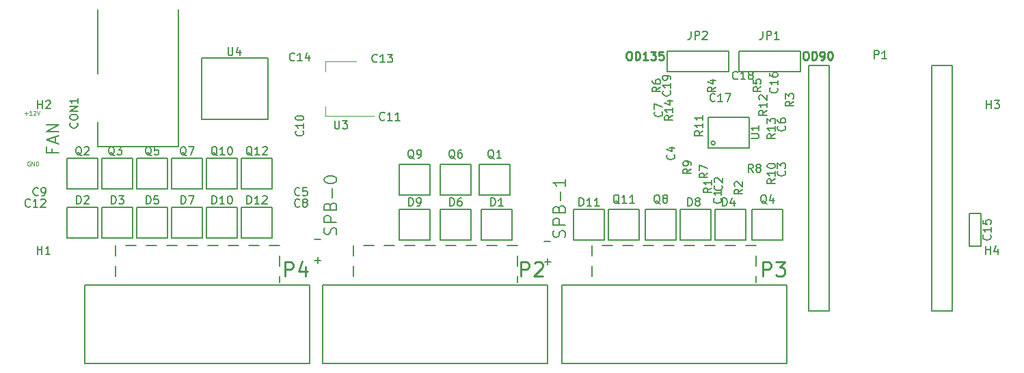
<source format=gbr>
%TF.GenerationSoftware,KiCad,Pcbnew,(5.1.9-0-10_14)*%
%TF.CreationDate,2022-08-15T15:48:25-04:00*%
%TF.ProjectId,power_mini_evolver,706f7765-725f-46d6-996e-695f65766f6c,rev?*%
%TF.SameCoordinates,Original*%
%TF.FileFunction,Legend,Top*%
%TF.FilePolarity,Positive*%
%FSLAX46Y46*%
G04 Gerber Fmt 4.6, Leading zero omitted, Abs format (unit mm)*
G04 Created by KiCad (PCBNEW (5.1.9-0-10_14)) date 2022-08-15 15:48:25*
%MOMM*%
%LPD*%
G01*
G04 APERTURE LIST*
%ADD10C,0.063500*%
%ADD11C,0.254000*%
%ADD12C,0.150000*%
%ADD13C,0.120000*%
%ADD14C,0.177800*%
%ADD15C,0.215900*%
G04 APERTURE END LIST*
D10*
X87192152Y-93776800D02*
X87143771Y-93752609D01*
X87071200Y-93752609D01*
X86998628Y-93776800D01*
X86950247Y-93825180D01*
X86926057Y-93873561D01*
X86901866Y-93970323D01*
X86901866Y-94042895D01*
X86926057Y-94139657D01*
X86950247Y-94188038D01*
X86998628Y-94236419D01*
X87071200Y-94260609D01*
X87119580Y-94260609D01*
X87192152Y-94236419D01*
X87216342Y-94212228D01*
X87216342Y-94042895D01*
X87119580Y-94042895D01*
X87434057Y-94260609D02*
X87434057Y-93752609D01*
X87724342Y-94260609D01*
X87724342Y-93752609D01*
X87966247Y-94260609D02*
X87966247Y-93752609D01*
X88087200Y-93752609D01*
X88159771Y-93776800D01*
X88208152Y-93825180D01*
X88232342Y-93873561D01*
X88256533Y-93970323D01*
X88256533Y-94042895D01*
X88232342Y-94139657D01*
X88208152Y-94188038D01*
X88159771Y-94236419D01*
X88087200Y-94260609D01*
X87966247Y-94260609D01*
X86557152Y-87767885D02*
X86944200Y-87767885D01*
X86750676Y-87961409D02*
X86750676Y-87574361D01*
X87452200Y-87961409D02*
X87161914Y-87961409D01*
X87307057Y-87961409D02*
X87307057Y-87453409D01*
X87258676Y-87525980D01*
X87210295Y-87574361D01*
X87161914Y-87598552D01*
X87645723Y-87501790D02*
X87669914Y-87477600D01*
X87718295Y-87453409D01*
X87839247Y-87453409D01*
X87887628Y-87477600D01*
X87911819Y-87501790D01*
X87936009Y-87550171D01*
X87936009Y-87598552D01*
X87911819Y-87671123D01*
X87621533Y-87961409D01*
X87936009Y-87961409D01*
X88081152Y-87453409D02*
X88250485Y-87961409D01*
X88419819Y-87453409D01*
D11*
X161342009Y-80114019D02*
X161535533Y-80114019D01*
X161632295Y-80162400D01*
X161729057Y-80259161D01*
X161777438Y-80452685D01*
X161777438Y-80791352D01*
X161729057Y-80984876D01*
X161632295Y-81081638D01*
X161535533Y-81130019D01*
X161342009Y-81130019D01*
X161245247Y-81081638D01*
X161148485Y-80984876D01*
X161100104Y-80791352D01*
X161100104Y-80452685D01*
X161148485Y-80259161D01*
X161245247Y-80162400D01*
X161342009Y-80114019D01*
X162212866Y-81130019D02*
X162212866Y-80114019D01*
X162454771Y-80114019D01*
X162599914Y-80162400D01*
X162696676Y-80259161D01*
X162745057Y-80355923D01*
X162793438Y-80549447D01*
X162793438Y-80694590D01*
X162745057Y-80888114D01*
X162696676Y-80984876D01*
X162599914Y-81081638D01*
X162454771Y-81130019D01*
X162212866Y-81130019D01*
X163761057Y-81130019D02*
X163180485Y-81130019D01*
X163470771Y-81130019D02*
X163470771Y-80114019D01*
X163374009Y-80259161D01*
X163277247Y-80355923D01*
X163180485Y-80404304D01*
X164099723Y-80114019D02*
X164728676Y-80114019D01*
X164390009Y-80501066D01*
X164535152Y-80501066D01*
X164631914Y-80549447D01*
X164680295Y-80597828D01*
X164728676Y-80694590D01*
X164728676Y-80936495D01*
X164680295Y-81033257D01*
X164631914Y-81081638D01*
X164535152Y-81130019D01*
X164244866Y-81130019D01*
X164148104Y-81081638D01*
X164099723Y-81033257D01*
X165647914Y-80114019D02*
X165164104Y-80114019D01*
X165115723Y-80597828D01*
X165164104Y-80549447D01*
X165260866Y-80501066D01*
X165502771Y-80501066D01*
X165599533Y-80549447D01*
X165647914Y-80597828D01*
X165696295Y-80694590D01*
X165696295Y-80936495D01*
X165647914Y-81033257D01*
X165599533Y-81081638D01*
X165502771Y-81130019D01*
X165260866Y-81130019D01*
X165164104Y-81081638D01*
X165115723Y-81033257D01*
X183212619Y-80088619D02*
X183406142Y-80088619D01*
X183502904Y-80137000D01*
X183599666Y-80233761D01*
X183648047Y-80427285D01*
X183648047Y-80765952D01*
X183599666Y-80959476D01*
X183502904Y-81056238D01*
X183406142Y-81104619D01*
X183212619Y-81104619D01*
X183115857Y-81056238D01*
X183019095Y-80959476D01*
X182970714Y-80765952D01*
X182970714Y-80427285D01*
X183019095Y-80233761D01*
X183115857Y-80137000D01*
X183212619Y-80088619D01*
X184083476Y-81104619D02*
X184083476Y-80088619D01*
X184325380Y-80088619D01*
X184470523Y-80137000D01*
X184567285Y-80233761D01*
X184615666Y-80330523D01*
X184664047Y-80524047D01*
X184664047Y-80669190D01*
X184615666Y-80862714D01*
X184567285Y-80959476D01*
X184470523Y-81056238D01*
X184325380Y-81104619D01*
X184083476Y-81104619D01*
X185147857Y-81104619D02*
X185341380Y-81104619D01*
X185438142Y-81056238D01*
X185486523Y-81007857D01*
X185583285Y-80862714D01*
X185631666Y-80669190D01*
X185631666Y-80282142D01*
X185583285Y-80185380D01*
X185534904Y-80137000D01*
X185438142Y-80088619D01*
X185244619Y-80088619D01*
X185147857Y-80137000D01*
X185099476Y-80185380D01*
X185051095Y-80282142D01*
X185051095Y-80524047D01*
X185099476Y-80620809D01*
X185147857Y-80669190D01*
X185244619Y-80717571D01*
X185438142Y-80717571D01*
X185534904Y-80669190D01*
X185583285Y-80620809D01*
X185631666Y-80524047D01*
X186260619Y-80088619D02*
X186357380Y-80088619D01*
X186454142Y-80137000D01*
X186502523Y-80185380D01*
X186550904Y-80282142D01*
X186599285Y-80475666D01*
X186599285Y-80717571D01*
X186550904Y-80911095D01*
X186502523Y-81007857D01*
X186454142Y-81056238D01*
X186357380Y-81104619D01*
X186260619Y-81104619D01*
X186163857Y-81056238D01*
X186115476Y-81007857D01*
X186067095Y-80911095D01*
X186018714Y-80717571D01*
X186018714Y-80475666D01*
X186067095Y-80282142D01*
X186115476Y-80185380D01*
X186163857Y-80137000D01*
X186260619Y-80088619D01*
D12*
X150977647Y-106192628D02*
X151739552Y-106192628D01*
X151358600Y-106573580D02*
X151358600Y-105811676D01*
X150926847Y-103627228D02*
X151688752Y-103627228D01*
X122478847Y-105989428D02*
X123240752Y-105989428D01*
X122859800Y-106370380D02*
X122859800Y-105608476D01*
X122428047Y-103424028D02*
X123189952Y-103424028D01*
%TO.C,U4*%
X108458000Y-88493600D02*
X116713000Y-88493600D01*
X108458000Y-80873600D02*
X108458000Y-88493600D01*
X116713000Y-80873600D02*
X108458000Y-80873600D01*
X116713000Y-88493600D02*
X116713000Y-80873600D01*
%TO.C,P1*%
X201422000Y-112268000D02*
X198882000Y-112268000D01*
X201422000Y-81788000D02*
X198882000Y-81788000D01*
X198882000Y-86868000D02*
X198882000Y-112268000D01*
X201422000Y-112268000D02*
X201422000Y-86868000D01*
X198882000Y-81788000D02*
X198882000Y-86868000D01*
X201422000Y-86868000D02*
X201422000Y-81788000D01*
X186182000Y-86868000D02*
X186182000Y-81788000D01*
X183642000Y-81788000D02*
X183642000Y-86868000D01*
X186182000Y-112268000D02*
X186182000Y-86868000D01*
X183642000Y-86868000D02*
X183642000Y-112268000D01*
X186182000Y-81788000D02*
X183642000Y-81788000D01*
X186182000Y-112268000D02*
X183642000Y-112268000D01*
%TO.C,C15*%
X205042200Y-100209600D02*
X203542200Y-100209600D01*
X205042200Y-104209600D02*
X205042200Y-100209600D01*
X203542200Y-104209600D02*
X205042200Y-104209600D01*
X203542200Y-100209600D02*
X203542200Y-104209600D01*
%TO.C,CON1*%
X105584000Y-91852000D02*
X105584000Y-74852000D01*
X95584000Y-91852000D02*
X105584000Y-91852000D01*
X95584000Y-91852000D02*
X95584000Y-88852000D01*
X95584000Y-82852000D02*
X95584000Y-74852000D01*
%TO.C,D1*%
X146939000Y-103505000D02*
X146939000Y-99695000D01*
X143129000Y-103505000D02*
X146939000Y-103505000D01*
X143129000Y-99695000D02*
X143129000Y-103505000D01*
X146939000Y-99695000D02*
X143129000Y-99695000D01*
%TO.C,D2*%
X95631000Y-103251000D02*
X95631000Y-99441000D01*
X91821000Y-103251000D02*
X95631000Y-103251000D01*
X91821000Y-99441000D02*
X91821000Y-103251000D01*
X95631000Y-99441000D02*
X91821000Y-99441000D01*
%TO.C,D3*%
X99949000Y-103251000D02*
X99949000Y-99441000D01*
X96139000Y-103251000D02*
X99949000Y-103251000D01*
X96139000Y-99441000D02*
X96139000Y-103251000D01*
X99949000Y-99441000D02*
X96139000Y-99441000D01*
%TO.C,D4*%
X175895000Y-103505000D02*
X175895000Y-99695000D01*
X172085000Y-103505000D02*
X175895000Y-103505000D01*
X172085000Y-99695000D02*
X172085000Y-103505000D01*
X175895000Y-99695000D02*
X172085000Y-99695000D01*
%TO.C,D5*%
X104267000Y-103251000D02*
X104267000Y-99441000D01*
X100457000Y-103251000D02*
X104267000Y-103251000D01*
X100457000Y-99441000D02*
X100457000Y-103251000D01*
X104267000Y-99441000D02*
X100457000Y-99441000D01*
%TO.C,D6*%
X141859000Y-103505000D02*
X141859000Y-99695000D01*
X138049000Y-103505000D02*
X141859000Y-103505000D01*
X138049000Y-99695000D02*
X138049000Y-103505000D01*
X141859000Y-99695000D02*
X138049000Y-99695000D01*
%TO.C,D7*%
X108585000Y-103251000D02*
X108585000Y-99441000D01*
X104775000Y-103251000D02*
X108585000Y-103251000D01*
X104775000Y-99441000D02*
X104775000Y-103251000D01*
X108585000Y-99441000D02*
X104775000Y-99441000D01*
%TO.C,D8*%
X171577000Y-103505000D02*
X171577000Y-99695000D01*
X167767000Y-103505000D02*
X171577000Y-103505000D01*
X167767000Y-99695000D02*
X167767000Y-103505000D01*
X171577000Y-99695000D02*
X167767000Y-99695000D01*
%TO.C,D9*%
X136779000Y-103505000D02*
X136779000Y-99695000D01*
X132969000Y-103505000D02*
X136779000Y-103505000D01*
X132969000Y-99695000D02*
X132969000Y-103505000D01*
X136779000Y-99695000D02*
X132969000Y-99695000D01*
%TO.C,D10*%
X112903000Y-103251000D02*
X112903000Y-99441000D01*
X109093000Y-103251000D02*
X112903000Y-103251000D01*
X109093000Y-99441000D02*
X109093000Y-103251000D01*
X112903000Y-99441000D02*
X109093000Y-99441000D01*
%TO.C,D11*%
X158369000Y-103505000D02*
X158369000Y-99695000D01*
X154559000Y-103505000D02*
X158369000Y-103505000D01*
X154559000Y-99695000D02*
X154559000Y-103505000D01*
X158369000Y-99695000D02*
X154559000Y-99695000D01*
%TO.C,D12*%
X117221000Y-103251000D02*
X117221000Y-99441000D01*
X113411000Y-103251000D02*
X117221000Y-103251000D01*
X113411000Y-99441000D02*
X113411000Y-103251000D01*
X117221000Y-99441000D02*
X113411000Y-99441000D01*
%TO.C,JP1*%
X182626000Y-80010000D02*
X182626000Y-82550000D01*
X175006000Y-80010000D02*
X182626000Y-80010000D01*
X175006000Y-82550000D02*
X175006000Y-80010000D01*
X182626000Y-82550000D02*
X175006000Y-82550000D01*
%TO.C,JP2*%
X173736000Y-80010000D02*
X173736000Y-82550000D01*
X166116000Y-80010000D02*
X173736000Y-80010000D01*
X166116000Y-82550000D02*
X166116000Y-80010000D01*
X173736000Y-82550000D02*
X166116000Y-82550000D01*
%TO.C,Q1*%
X146685000Y-97917000D02*
X146685000Y-94107000D01*
X146685000Y-94107000D02*
X142875000Y-94107000D01*
X142875000Y-97917000D02*
X146685000Y-97917000D01*
X142875000Y-94107000D02*
X142875000Y-97917000D01*
%TO.C,Q2*%
X95631000Y-97155000D02*
X95631000Y-93345000D01*
X95631000Y-93345000D02*
X91821000Y-93345000D01*
X91821000Y-97155000D02*
X95631000Y-97155000D01*
X91821000Y-93345000D02*
X91821000Y-97155000D01*
%TO.C,Q3*%
X99949000Y-97155000D02*
X99949000Y-93345000D01*
X99949000Y-93345000D02*
X96139000Y-93345000D01*
X96139000Y-97155000D02*
X99949000Y-97155000D01*
X96139000Y-93345000D02*
X96139000Y-97155000D01*
%TO.C,Q4*%
X180467000Y-103505000D02*
X180467000Y-99695000D01*
X180467000Y-99695000D02*
X176657000Y-99695000D01*
X176657000Y-103505000D02*
X180467000Y-103505000D01*
X176657000Y-99695000D02*
X176657000Y-103505000D01*
%TO.C,Q5*%
X104267000Y-97155000D02*
X104267000Y-93345000D01*
X104267000Y-93345000D02*
X100457000Y-93345000D01*
X100457000Y-97155000D02*
X104267000Y-97155000D01*
X100457000Y-93345000D02*
X100457000Y-97155000D01*
%TO.C,Q6*%
X141859000Y-97917000D02*
X141859000Y-94107000D01*
X141859000Y-94107000D02*
X138049000Y-94107000D01*
X138049000Y-97917000D02*
X141859000Y-97917000D01*
X138049000Y-94107000D02*
X138049000Y-97917000D01*
%TO.C,Q7*%
X108585000Y-97155000D02*
X108585000Y-93345000D01*
X108585000Y-93345000D02*
X104775000Y-93345000D01*
X104775000Y-97155000D02*
X108585000Y-97155000D01*
X104775000Y-93345000D02*
X104775000Y-97155000D01*
%TO.C,Q8*%
X167259000Y-103505000D02*
X167259000Y-99695000D01*
X167259000Y-99695000D02*
X163449000Y-99695000D01*
X163449000Y-103505000D02*
X167259000Y-103505000D01*
X163449000Y-99695000D02*
X163449000Y-103505000D01*
%TO.C,Q9*%
X136779000Y-97917000D02*
X136779000Y-94107000D01*
X136779000Y-94107000D02*
X132969000Y-94107000D01*
X132969000Y-97917000D02*
X136779000Y-97917000D01*
X132969000Y-94107000D02*
X132969000Y-97917000D01*
%TO.C,Q10*%
X112903000Y-97155000D02*
X112903000Y-93345000D01*
X112903000Y-93345000D02*
X109093000Y-93345000D01*
X109093000Y-97155000D02*
X112903000Y-97155000D01*
X109093000Y-93345000D02*
X109093000Y-97155000D01*
%TO.C,Q11*%
X162687000Y-103505000D02*
X162687000Y-99695000D01*
X162687000Y-99695000D02*
X158877000Y-99695000D01*
X158877000Y-103505000D02*
X162687000Y-103505000D01*
X158877000Y-99695000D02*
X158877000Y-103505000D01*
%TO.C,Q12*%
X117221000Y-97155000D02*
X117221000Y-93345000D01*
X117221000Y-93345000D02*
X113411000Y-93345000D01*
X113411000Y-97155000D02*
X117221000Y-97155000D01*
X113411000Y-93345000D02*
X113411000Y-97155000D01*
D13*
%TO.C,U3*%
X129830000Y-88119000D02*
X123820000Y-88119000D01*
X127580000Y-81299000D02*
X123820000Y-81299000D01*
X123820000Y-88119000D02*
X123820000Y-86859000D01*
X123820000Y-81299000D02*
X123820000Y-82559000D01*
D12*
%TO.C,P2*%
X127254000Y-106680000D02*
X127254000Y-107950000D01*
X127254000Y-104140000D02*
X127254000Y-105410000D01*
X129794000Y-104140000D02*
X128524000Y-104140000D01*
X132334000Y-104140000D02*
X131064000Y-104140000D01*
X134874000Y-104140000D02*
X133604000Y-104140000D01*
X137414000Y-104140000D02*
X136144000Y-104140000D01*
X139954000Y-104140000D02*
X138684000Y-104140000D01*
X142494000Y-104140000D02*
X141224000Y-104140000D01*
X145034000Y-104140000D02*
X143764000Y-104140000D01*
X147574000Y-104140000D02*
X146304000Y-104140000D01*
X147574000Y-106680000D02*
X147574000Y-105410000D01*
X147574000Y-108712000D02*
X147574000Y-107950000D01*
X123494800Y-109042200D02*
X123494800Y-118821200D01*
X151333200Y-118821200D02*
X123494800Y-118821200D01*
X151333200Y-109042200D02*
X151333200Y-118821200D01*
X123494800Y-109042200D02*
X151333200Y-109042200D01*
%TO.C,P3*%
X153085800Y-109042200D02*
X180924200Y-109042200D01*
X180924200Y-109042200D02*
X180924200Y-118821200D01*
X180924200Y-118821200D02*
X153085800Y-118821200D01*
X153085800Y-109042200D02*
X153085800Y-118821200D01*
X177165000Y-108712000D02*
X177165000Y-107950000D01*
X177165000Y-106680000D02*
X177165000Y-105410000D01*
X177165000Y-104140000D02*
X175895000Y-104140000D01*
X174625000Y-104140000D02*
X173355000Y-104140000D01*
X172085000Y-104140000D02*
X170815000Y-104140000D01*
X169545000Y-104140000D02*
X168275000Y-104140000D01*
X167005000Y-104140000D02*
X165735000Y-104140000D01*
X164465000Y-104140000D02*
X163195000Y-104140000D01*
X161925000Y-104140000D02*
X160655000Y-104140000D01*
X159385000Y-104140000D02*
X158115000Y-104140000D01*
X156845000Y-104140000D02*
X156845000Y-105410000D01*
X156845000Y-106680000D02*
X156845000Y-107950000D01*
%TO.C,P4*%
X97790000Y-106680000D02*
X97790000Y-107950000D01*
X97790000Y-104140000D02*
X97790000Y-105410000D01*
X100330000Y-104140000D02*
X99060000Y-104140000D01*
X102870000Y-104140000D02*
X101600000Y-104140000D01*
X105410000Y-104140000D02*
X104140000Y-104140000D01*
X107950000Y-104140000D02*
X106680000Y-104140000D01*
X110490000Y-104140000D02*
X109220000Y-104140000D01*
X113030000Y-104140000D02*
X111760000Y-104140000D01*
X115570000Y-104140000D02*
X114300000Y-104140000D01*
X118110000Y-104140000D02*
X116840000Y-104140000D01*
X118110000Y-106680000D02*
X118110000Y-105410000D01*
X118110000Y-108712000D02*
X118110000Y-107950000D01*
X94030800Y-109042200D02*
X94030800Y-118821200D01*
X121869200Y-118821200D02*
X94030800Y-118821200D01*
X121869200Y-109042200D02*
X121869200Y-118821200D01*
X94030800Y-109042200D02*
X121869200Y-109042200D01*
%TO.C,U1*%
X172081000Y-91440000D02*
G75*
G03*
X172081000Y-91440000I-250000J0D01*
G01*
X171196000Y-92075000D02*
X171196000Y-88265000D01*
X176276000Y-92075000D02*
X171196000Y-92075000D01*
X176276000Y-88265000D02*
X176276000Y-92075000D01*
X171196000Y-88265000D02*
X176276000Y-88265000D01*
%TO.C,U4*%
X111760095Y-79563980D02*
X111760095Y-80373504D01*
X111807714Y-80468742D01*
X111855333Y-80516361D01*
X111950571Y-80563980D01*
X112141047Y-80563980D01*
X112236285Y-80516361D01*
X112283904Y-80468742D01*
X112331523Y-80373504D01*
X112331523Y-79563980D01*
X113236285Y-79897314D02*
X113236285Y-80563980D01*
X112998190Y-79516361D02*
X112760095Y-80230647D01*
X113379142Y-80230647D01*
%TO.C,P1*%
X191793904Y-80970380D02*
X191793904Y-79970380D01*
X192174857Y-79970380D01*
X192270095Y-80018000D01*
X192317714Y-80065619D01*
X192365333Y-80160857D01*
X192365333Y-80303714D01*
X192317714Y-80398952D01*
X192270095Y-80446571D01*
X192174857Y-80494190D01*
X191793904Y-80494190D01*
X193317714Y-80970380D02*
X192746285Y-80970380D01*
X193032000Y-80970380D02*
X193032000Y-79970380D01*
X192936761Y-80113238D01*
X192841523Y-80208476D01*
X192746285Y-80256095D01*
%TO.C,C1*%
X172772342Y-98286866D02*
X172819961Y-98334485D01*
X172867580Y-98477342D01*
X172867580Y-98572580D01*
X172819961Y-98715438D01*
X172724723Y-98810676D01*
X172629485Y-98858295D01*
X172439009Y-98905914D01*
X172296152Y-98905914D01*
X172105676Y-98858295D01*
X172010438Y-98810676D01*
X171915200Y-98715438D01*
X171867580Y-98572580D01*
X171867580Y-98477342D01*
X171915200Y-98334485D01*
X171962819Y-98286866D01*
X172867580Y-97334485D02*
X172867580Y-97905914D01*
X172867580Y-97620200D02*
X171867580Y-97620200D01*
X172010438Y-97715438D01*
X172105676Y-97810676D01*
X172153295Y-97905914D01*
%TO.C,C2*%
X172873942Y-96712066D02*
X172921561Y-96759685D01*
X172969180Y-96902542D01*
X172969180Y-96997780D01*
X172921561Y-97140638D01*
X172826323Y-97235876D01*
X172731085Y-97283495D01*
X172540609Y-97331114D01*
X172397752Y-97331114D01*
X172207276Y-97283495D01*
X172112038Y-97235876D01*
X172016800Y-97140638D01*
X171969180Y-96997780D01*
X171969180Y-96902542D01*
X172016800Y-96759685D01*
X172064419Y-96712066D01*
X172064419Y-96331114D02*
X172016800Y-96283495D01*
X171969180Y-96188257D01*
X171969180Y-95950161D01*
X172016800Y-95854923D01*
X172064419Y-95807304D01*
X172159657Y-95759685D01*
X172254895Y-95759685D01*
X172397752Y-95807304D01*
X172969180Y-96378733D01*
X172969180Y-95759685D01*
%TO.C,C3*%
X180697142Y-94908666D02*
X180744761Y-94956285D01*
X180792380Y-95099142D01*
X180792380Y-95194380D01*
X180744761Y-95337238D01*
X180649523Y-95432476D01*
X180554285Y-95480095D01*
X180363809Y-95527714D01*
X180220952Y-95527714D01*
X180030476Y-95480095D01*
X179935238Y-95432476D01*
X179840000Y-95337238D01*
X179792380Y-95194380D01*
X179792380Y-95099142D01*
X179840000Y-94956285D01*
X179887619Y-94908666D01*
X179792380Y-94575333D02*
X179792380Y-93956285D01*
X180173333Y-94289619D01*
X180173333Y-94146761D01*
X180220952Y-94051523D01*
X180268571Y-94003904D01*
X180363809Y-93956285D01*
X180601904Y-93956285D01*
X180697142Y-94003904D01*
X180744761Y-94051523D01*
X180792380Y-94146761D01*
X180792380Y-94432476D01*
X180744761Y-94527714D01*
X180697142Y-94575333D01*
%TO.C,C4*%
X166981142Y-92876666D02*
X167028761Y-92924285D01*
X167076380Y-93067142D01*
X167076380Y-93162380D01*
X167028761Y-93305238D01*
X166933523Y-93400476D01*
X166838285Y-93448095D01*
X166647809Y-93495714D01*
X166504952Y-93495714D01*
X166314476Y-93448095D01*
X166219238Y-93400476D01*
X166124000Y-93305238D01*
X166076380Y-93162380D01*
X166076380Y-93067142D01*
X166124000Y-92924285D01*
X166171619Y-92876666D01*
X166409714Y-92019523D02*
X167076380Y-92019523D01*
X166028761Y-92257619D02*
X166743047Y-92495714D01*
X166743047Y-91876666D01*
%TO.C,C5*%
X120610333Y-97893142D02*
X120562714Y-97940761D01*
X120419857Y-97988380D01*
X120324619Y-97988380D01*
X120181761Y-97940761D01*
X120086523Y-97845523D01*
X120038904Y-97750285D01*
X119991285Y-97559809D01*
X119991285Y-97416952D01*
X120038904Y-97226476D01*
X120086523Y-97131238D01*
X120181761Y-97036000D01*
X120324619Y-96988380D01*
X120419857Y-96988380D01*
X120562714Y-97036000D01*
X120610333Y-97083619D01*
X121515095Y-96988380D02*
X121038904Y-96988380D01*
X120991285Y-97464571D01*
X121038904Y-97416952D01*
X121134142Y-97369333D01*
X121372238Y-97369333D01*
X121467476Y-97416952D01*
X121515095Y-97464571D01*
X121562714Y-97559809D01*
X121562714Y-97797904D01*
X121515095Y-97893142D01*
X121467476Y-97940761D01*
X121372238Y-97988380D01*
X121134142Y-97988380D01*
X121038904Y-97940761D01*
X120991285Y-97893142D01*
%TO.C,C6*%
X180697142Y-89320666D02*
X180744761Y-89368285D01*
X180792380Y-89511142D01*
X180792380Y-89606380D01*
X180744761Y-89749238D01*
X180649523Y-89844476D01*
X180554285Y-89892095D01*
X180363809Y-89939714D01*
X180220952Y-89939714D01*
X180030476Y-89892095D01*
X179935238Y-89844476D01*
X179840000Y-89749238D01*
X179792380Y-89606380D01*
X179792380Y-89511142D01*
X179840000Y-89368285D01*
X179887619Y-89320666D01*
X179792380Y-88463523D02*
X179792380Y-88654000D01*
X179840000Y-88749238D01*
X179887619Y-88796857D01*
X180030476Y-88892095D01*
X180220952Y-88939714D01*
X180601904Y-88939714D01*
X180697142Y-88892095D01*
X180744761Y-88844476D01*
X180792380Y-88749238D01*
X180792380Y-88558761D01*
X180744761Y-88463523D01*
X180697142Y-88415904D01*
X180601904Y-88368285D01*
X180363809Y-88368285D01*
X180268571Y-88415904D01*
X180220952Y-88463523D01*
X180173333Y-88558761D01*
X180173333Y-88749238D01*
X180220952Y-88844476D01*
X180268571Y-88892095D01*
X180363809Y-88939714D01*
%TO.C,C7*%
X165457142Y-87542666D02*
X165504761Y-87590285D01*
X165552380Y-87733142D01*
X165552380Y-87828380D01*
X165504761Y-87971238D01*
X165409523Y-88066476D01*
X165314285Y-88114095D01*
X165123809Y-88161714D01*
X164980952Y-88161714D01*
X164790476Y-88114095D01*
X164695238Y-88066476D01*
X164600000Y-87971238D01*
X164552380Y-87828380D01*
X164552380Y-87733142D01*
X164600000Y-87590285D01*
X164647619Y-87542666D01*
X164552380Y-87209333D02*
X164552380Y-86542666D01*
X165552380Y-86971238D01*
%TO.C,C8*%
X120610333Y-99290142D02*
X120562714Y-99337761D01*
X120419857Y-99385380D01*
X120324619Y-99385380D01*
X120181761Y-99337761D01*
X120086523Y-99242523D01*
X120038904Y-99147285D01*
X119991285Y-98956809D01*
X119991285Y-98813952D01*
X120038904Y-98623476D01*
X120086523Y-98528238D01*
X120181761Y-98433000D01*
X120324619Y-98385380D01*
X120419857Y-98385380D01*
X120562714Y-98433000D01*
X120610333Y-98480619D01*
X121181761Y-98813952D02*
X121086523Y-98766333D01*
X121038904Y-98718714D01*
X120991285Y-98623476D01*
X120991285Y-98575857D01*
X121038904Y-98480619D01*
X121086523Y-98433000D01*
X121181761Y-98385380D01*
X121372238Y-98385380D01*
X121467476Y-98433000D01*
X121515095Y-98480619D01*
X121562714Y-98575857D01*
X121562714Y-98623476D01*
X121515095Y-98718714D01*
X121467476Y-98766333D01*
X121372238Y-98813952D01*
X121181761Y-98813952D01*
X121086523Y-98861571D01*
X121038904Y-98909190D01*
X120991285Y-99004428D01*
X120991285Y-99194904D01*
X121038904Y-99290142D01*
X121086523Y-99337761D01*
X121181761Y-99385380D01*
X121372238Y-99385380D01*
X121467476Y-99337761D01*
X121515095Y-99290142D01*
X121562714Y-99194904D01*
X121562714Y-99004428D01*
X121515095Y-98909190D01*
X121467476Y-98861571D01*
X121372238Y-98813952D01*
%TO.C,C9*%
X88225333Y-97893142D02*
X88177714Y-97940761D01*
X88034857Y-97988380D01*
X87939619Y-97988380D01*
X87796761Y-97940761D01*
X87701523Y-97845523D01*
X87653904Y-97750285D01*
X87606285Y-97559809D01*
X87606285Y-97416952D01*
X87653904Y-97226476D01*
X87701523Y-97131238D01*
X87796761Y-97036000D01*
X87939619Y-96988380D01*
X88034857Y-96988380D01*
X88177714Y-97036000D01*
X88225333Y-97083619D01*
X88701523Y-97988380D02*
X88892000Y-97988380D01*
X88987238Y-97940761D01*
X89034857Y-97893142D01*
X89130095Y-97750285D01*
X89177714Y-97559809D01*
X89177714Y-97178857D01*
X89130095Y-97083619D01*
X89082476Y-97036000D01*
X88987238Y-96988380D01*
X88796761Y-96988380D01*
X88701523Y-97036000D01*
X88653904Y-97083619D01*
X88606285Y-97178857D01*
X88606285Y-97416952D01*
X88653904Y-97512190D01*
X88701523Y-97559809D01*
X88796761Y-97607428D01*
X88987238Y-97607428D01*
X89082476Y-97559809D01*
X89130095Y-97512190D01*
X89177714Y-97416952D01*
%TO.C,C10*%
X121007142Y-89949257D02*
X121054761Y-89996876D01*
X121102380Y-90139733D01*
X121102380Y-90234971D01*
X121054761Y-90377828D01*
X120959523Y-90473066D01*
X120864285Y-90520685D01*
X120673809Y-90568304D01*
X120530952Y-90568304D01*
X120340476Y-90520685D01*
X120245238Y-90473066D01*
X120150000Y-90377828D01*
X120102380Y-90234971D01*
X120102380Y-90139733D01*
X120150000Y-89996876D01*
X120197619Y-89949257D01*
X121102380Y-88996876D02*
X121102380Y-89568304D01*
X121102380Y-89282590D02*
X120102380Y-89282590D01*
X120245238Y-89377828D01*
X120340476Y-89473066D01*
X120388095Y-89568304D01*
X120102380Y-88377828D02*
X120102380Y-88282590D01*
X120150000Y-88187352D01*
X120197619Y-88139733D01*
X120292857Y-88092114D01*
X120483333Y-88044495D01*
X120721428Y-88044495D01*
X120911904Y-88092114D01*
X121007142Y-88139733D01*
X121054761Y-88187352D01*
X121102380Y-88282590D01*
X121102380Y-88377828D01*
X121054761Y-88473066D01*
X121007142Y-88520685D01*
X120911904Y-88568304D01*
X120721428Y-88615923D01*
X120483333Y-88615923D01*
X120292857Y-88568304D01*
X120197619Y-88520685D01*
X120150000Y-88473066D01*
X120102380Y-88377828D01*
%TO.C,C11*%
X131132342Y-88545942D02*
X131084723Y-88593561D01*
X130941866Y-88641180D01*
X130846628Y-88641180D01*
X130703771Y-88593561D01*
X130608533Y-88498323D01*
X130560914Y-88403085D01*
X130513295Y-88212609D01*
X130513295Y-88069752D01*
X130560914Y-87879276D01*
X130608533Y-87784038D01*
X130703771Y-87688800D01*
X130846628Y-87641180D01*
X130941866Y-87641180D01*
X131084723Y-87688800D01*
X131132342Y-87736419D01*
X132084723Y-88641180D02*
X131513295Y-88641180D01*
X131799009Y-88641180D02*
X131799009Y-87641180D01*
X131703771Y-87784038D01*
X131608533Y-87879276D01*
X131513295Y-87926895D01*
X133037104Y-88641180D02*
X132465676Y-88641180D01*
X132751390Y-88641180D02*
X132751390Y-87641180D01*
X132656152Y-87784038D01*
X132560914Y-87879276D01*
X132465676Y-87926895D01*
%TO.C,C12*%
X87241142Y-99290142D02*
X87193523Y-99337761D01*
X87050666Y-99385380D01*
X86955428Y-99385380D01*
X86812571Y-99337761D01*
X86717333Y-99242523D01*
X86669714Y-99147285D01*
X86622095Y-98956809D01*
X86622095Y-98813952D01*
X86669714Y-98623476D01*
X86717333Y-98528238D01*
X86812571Y-98433000D01*
X86955428Y-98385380D01*
X87050666Y-98385380D01*
X87193523Y-98433000D01*
X87241142Y-98480619D01*
X88193523Y-99385380D02*
X87622095Y-99385380D01*
X87907809Y-99385380D02*
X87907809Y-98385380D01*
X87812571Y-98528238D01*
X87717333Y-98623476D01*
X87622095Y-98671095D01*
X88574476Y-98480619D02*
X88622095Y-98433000D01*
X88717333Y-98385380D01*
X88955428Y-98385380D01*
X89050666Y-98433000D01*
X89098285Y-98480619D01*
X89145904Y-98575857D01*
X89145904Y-98671095D01*
X89098285Y-98813952D01*
X88526857Y-99385380D01*
X89145904Y-99385380D01*
%TO.C,C13*%
X130217942Y-81332342D02*
X130170323Y-81379961D01*
X130027466Y-81427580D01*
X129932228Y-81427580D01*
X129789371Y-81379961D01*
X129694133Y-81284723D01*
X129646514Y-81189485D01*
X129598895Y-80999009D01*
X129598895Y-80856152D01*
X129646514Y-80665676D01*
X129694133Y-80570438D01*
X129789371Y-80475200D01*
X129932228Y-80427580D01*
X130027466Y-80427580D01*
X130170323Y-80475200D01*
X130217942Y-80522819D01*
X131170323Y-81427580D02*
X130598895Y-81427580D01*
X130884609Y-81427580D02*
X130884609Y-80427580D01*
X130789371Y-80570438D01*
X130694133Y-80665676D01*
X130598895Y-80713295D01*
X131503657Y-80427580D02*
X132122704Y-80427580D01*
X131789371Y-80808533D01*
X131932228Y-80808533D01*
X132027466Y-80856152D01*
X132075085Y-80903771D01*
X132122704Y-80999009D01*
X132122704Y-81237104D01*
X132075085Y-81332342D01*
X132027466Y-81379961D01*
X131932228Y-81427580D01*
X131646514Y-81427580D01*
X131551276Y-81379961D01*
X131503657Y-81332342D01*
%TO.C,C14*%
X119981742Y-81154542D02*
X119934123Y-81202161D01*
X119791266Y-81249780D01*
X119696028Y-81249780D01*
X119553171Y-81202161D01*
X119457933Y-81106923D01*
X119410314Y-81011685D01*
X119362695Y-80821209D01*
X119362695Y-80678352D01*
X119410314Y-80487876D01*
X119457933Y-80392638D01*
X119553171Y-80297400D01*
X119696028Y-80249780D01*
X119791266Y-80249780D01*
X119934123Y-80297400D01*
X119981742Y-80345019D01*
X120934123Y-81249780D02*
X120362695Y-81249780D01*
X120648409Y-81249780D02*
X120648409Y-80249780D01*
X120553171Y-80392638D01*
X120457933Y-80487876D01*
X120362695Y-80535495D01*
X121791266Y-80583114D02*
X121791266Y-81249780D01*
X121553171Y-80202161D02*
X121315076Y-80916447D01*
X121934123Y-80916447D01*
%TO.C,C15*%
X206149342Y-102852457D02*
X206196961Y-102900076D01*
X206244580Y-103042933D01*
X206244580Y-103138171D01*
X206196961Y-103281028D01*
X206101723Y-103376266D01*
X206006485Y-103423885D01*
X205816009Y-103471504D01*
X205673152Y-103471504D01*
X205482676Y-103423885D01*
X205387438Y-103376266D01*
X205292200Y-103281028D01*
X205244580Y-103138171D01*
X205244580Y-103042933D01*
X205292200Y-102900076D01*
X205339819Y-102852457D01*
X206244580Y-101900076D02*
X206244580Y-102471504D01*
X206244580Y-102185790D02*
X205244580Y-102185790D01*
X205387438Y-102281028D01*
X205482676Y-102376266D01*
X205530295Y-102471504D01*
X205244580Y-100995314D02*
X205244580Y-101471504D01*
X205720771Y-101519123D01*
X205673152Y-101471504D01*
X205625533Y-101376266D01*
X205625533Y-101138171D01*
X205673152Y-101042933D01*
X205720771Y-100995314D01*
X205816009Y-100947695D01*
X206054104Y-100947695D01*
X206149342Y-100995314D01*
X206196961Y-101042933D01*
X206244580Y-101138171D01*
X206244580Y-101376266D01*
X206196961Y-101471504D01*
X206149342Y-101519123D01*
%TO.C,CON1*%
X93041742Y-88945885D02*
X93089361Y-88993504D01*
X93136980Y-89136361D01*
X93136980Y-89231600D01*
X93089361Y-89374457D01*
X92994123Y-89469695D01*
X92898885Y-89517314D01*
X92708409Y-89564933D01*
X92565552Y-89564933D01*
X92375076Y-89517314D01*
X92279838Y-89469695D01*
X92184600Y-89374457D01*
X92136980Y-89231600D01*
X92136980Y-89136361D01*
X92184600Y-88993504D01*
X92232219Y-88945885D01*
X92136980Y-88326838D02*
X92136980Y-88136361D01*
X92184600Y-88041123D01*
X92279838Y-87945885D01*
X92470314Y-87898266D01*
X92803647Y-87898266D01*
X92994123Y-87945885D01*
X93089361Y-88041123D01*
X93136980Y-88136361D01*
X93136980Y-88326838D01*
X93089361Y-88422076D01*
X92994123Y-88517314D01*
X92803647Y-88564933D01*
X92470314Y-88564933D01*
X92279838Y-88517314D01*
X92184600Y-88422076D01*
X92136980Y-88326838D01*
X93136980Y-87469695D02*
X92136980Y-87469695D01*
X93136980Y-86898266D01*
X92136980Y-86898266D01*
X93136980Y-85898266D02*
X93136980Y-86469695D01*
X93136980Y-86183980D02*
X92136980Y-86183980D01*
X92279838Y-86279219D01*
X92375076Y-86374457D01*
X92422695Y-86469695D01*
%TO.C,D1*%
X144295904Y-99258380D02*
X144295904Y-98258380D01*
X144534000Y-98258380D01*
X144676857Y-98306000D01*
X144772095Y-98401238D01*
X144819714Y-98496476D01*
X144867333Y-98686952D01*
X144867333Y-98829809D01*
X144819714Y-99020285D01*
X144772095Y-99115523D01*
X144676857Y-99210761D01*
X144534000Y-99258380D01*
X144295904Y-99258380D01*
X145819714Y-99258380D02*
X145248285Y-99258380D01*
X145534000Y-99258380D02*
X145534000Y-98258380D01*
X145438761Y-98401238D01*
X145343523Y-98496476D01*
X145248285Y-98544095D01*
%TO.C,D2*%
X92987904Y-99004380D02*
X92987904Y-98004380D01*
X93226000Y-98004380D01*
X93368857Y-98052000D01*
X93464095Y-98147238D01*
X93511714Y-98242476D01*
X93559333Y-98432952D01*
X93559333Y-98575809D01*
X93511714Y-98766285D01*
X93464095Y-98861523D01*
X93368857Y-98956761D01*
X93226000Y-99004380D01*
X92987904Y-99004380D01*
X93940285Y-98099619D02*
X93987904Y-98052000D01*
X94083142Y-98004380D01*
X94321238Y-98004380D01*
X94416476Y-98052000D01*
X94464095Y-98099619D01*
X94511714Y-98194857D01*
X94511714Y-98290095D01*
X94464095Y-98432952D01*
X93892666Y-99004380D01*
X94511714Y-99004380D01*
%TO.C,D3*%
X97305904Y-99004380D02*
X97305904Y-98004380D01*
X97544000Y-98004380D01*
X97686857Y-98052000D01*
X97782095Y-98147238D01*
X97829714Y-98242476D01*
X97877333Y-98432952D01*
X97877333Y-98575809D01*
X97829714Y-98766285D01*
X97782095Y-98861523D01*
X97686857Y-98956761D01*
X97544000Y-99004380D01*
X97305904Y-99004380D01*
X98210666Y-98004380D02*
X98829714Y-98004380D01*
X98496380Y-98385333D01*
X98639238Y-98385333D01*
X98734476Y-98432952D01*
X98782095Y-98480571D01*
X98829714Y-98575809D01*
X98829714Y-98813904D01*
X98782095Y-98909142D01*
X98734476Y-98956761D01*
X98639238Y-99004380D01*
X98353523Y-99004380D01*
X98258285Y-98956761D01*
X98210666Y-98909142D01*
%TO.C,D4*%
X172997904Y-99258380D02*
X172997904Y-98258380D01*
X173236000Y-98258380D01*
X173378857Y-98306000D01*
X173474095Y-98401238D01*
X173521714Y-98496476D01*
X173569333Y-98686952D01*
X173569333Y-98829809D01*
X173521714Y-99020285D01*
X173474095Y-99115523D01*
X173378857Y-99210761D01*
X173236000Y-99258380D01*
X172997904Y-99258380D01*
X174426476Y-98591714D02*
X174426476Y-99258380D01*
X174188380Y-98210761D02*
X173950285Y-98925047D01*
X174569333Y-98925047D01*
%TO.C,D5*%
X101623904Y-99004380D02*
X101623904Y-98004380D01*
X101862000Y-98004380D01*
X102004857Y-98052000D01*
X102100095Y-98147238D01*
X102147714Y-98242476D01*
X102195333Y-98432952D01*
X102195333Y-98575809D01*
X102147714Y-98766285D01*
X102100095Y-98861523D01*
X102004857Y-98956761D01*
X101862000Y-99004380D01*
X101623904Y-99004380D01*
X103100095Y-98004380D02*
X102623904Y-98004380D01*
X102576285Y-98480571D01*
X102623904Y-98432952D01*
X102719142Y-98385333D01*
X102957238Y-98385333D01*
X103052476Y-98432952D01*
X103100095Y-98480571D01*
X103147714Y-98575809D01*
X103147714Y-98813904D01*
X103100095Y-98909142D01*
X103052476Y-98956761D01*
X102957238Y-99004380D01*
X102719142Y-99004380D01*
X102623904Y-98956761D01*
X102576285Y-98909142D01*
%TO.C,D6*%
X139215904Y-99258380D02*
X139215904Y-98258380D01*
X139454000Y-98258380D01*
X139596857Y-98306000D01*
X139692095Y-98401238D01*
X139739714Y-98496476D01*
X139787333Y-98686952D01*
X139787333Y-98829809D01*
X139739714Y-99020285D01*
X139692095Y-99115523D01*
X139596857Y-99210761D01*
X139454000Y-99258380D01*
X139215904Y-99258380D01*
X140644476Y-98258380D02*
X140454000Y-98258380D01*
X140358761Y-98306000D01*
X140311142Y-98353619D01*
X140215904Y-98496476D01*
X140168285Y-98686952D01*
X140168285Y-99067904D01*
X140215904Y-99163142D01*
X140263523Y-99210761D01*
X140358761Y-99258380D01*
X140549238Y-99258380D01*
X140644476Y-99210761D01*
X140692095Y-99163142D01*
X140739714Y-99067904D01*
X140739714Y-98829809D01*
X140692095Y-98734571D01*
X140644476Y-98686952D01*
X140549238Y-98639333D01*
X140358761Y-98639333D01*
X140263523Y-98686952D01*
X140215904Y-98734571D01*
X140168285Y-98829809D01*
%TO.C,D7*%
X105941904Y-99004380D02*
X105941904Y-98004380D01*
X106180000Y-98004380D01*
X106322857Y-98052000D01*
X106418095Y-98147238D01*
X106465714Y-98242476D01*
X106513333Y-98432952D01*
X106513333Y-98575809D01*
X106465714Y-98766285D01*
X106418095Y-98861523D01*
X106322857Y-98956761D01*
X106180000Y-99004380D01*
X105941904Y-99004380D01*
X106846666Y-98004380D02*
X107513333Y-98004380D01*
X107084761Y-99004380D01*
%TO.C,D8*%
X168679904Y-99258380D02*
X168679904Y-98258380D01*
X168918000Y-98258380D01*
X169060857Y-98306000D01*
X169156095Y-98401238D01*
X169203714Y-98496476D01*
X169251333Y-98686952D01*
X169251333Y-98829809D01*
X169203714Y-99020285D01*
X169156095Y-99115523D01*
X169060857Y-99210761D01*
X168918000Y-99258380D01*
X168679904Y-99258380D01*
X169822761Y-98686952D02*
X169727523Y-98639333D01*
X169679904Y-98591714D01*
X169632285Y-98496476D01*
X169632285Y-98448857D01*
X169679904Y-98353619D01*
X169727523Y-98306000D01*
X169822761Y-98258380D01*
X170013238Y-98258380D01*
X170108476Y-98306000D01*
X170156095Y-98353619D01*
X170203714Y-98448857D01*
X170203714Y-98496476D01*
X170156095Y-98591714D01*
X170108476Y-98639333D01*
X170013238Y-98686952D01*
X169822761Y-98686952D01*
X169727523Y-98734571D01*
X169679904Y-98782190D01*
X169632285Y-98877428D01*
X169632285Y-99067904D01*
X169679904Y-99163142D01*
X169727523Y-99210761D01*
X169822761Y-99258380D01*
X170013238Y-99258380D01*
X170108476Y-99210761D01*
X170156095Y-99163142D01*
X170203714Y-99067904D01*
X170203714Y-98877428D01*
X170156095Y-98782190D01*
X170108476Y-98734571D01*
X170013238Y-98686952D01*
%TO.C,D9*%
X134135904Y-99258380D02*
X134135904Y-98258380D01*
X134374000Y-98258380D01*
X134516857Y-98306000D01*
X134612095Y-98401238D01*
X134659714Y-98496476D01*
X134707333Y-98686952D01*
X134707333Y-98829809D01*
X134659714Y-99020285D01*
X134612095Y-99115523D01*
X134516857Y-99210761D01*
X134374000Y-99258380D01*
X134135904Y-99258380D01*
X135183523Y-99258380D02*
X135374000Y-99258380D01*
X135469238Y-99210761D01*
X135516857Y-99163142D01*
X135612095Y-99020285D01*
X135659714Y-98829809D01*
X135659714Y-98448857D01*
X135612095Y-98353619D01*
X135564476Y-98306000D01*
X135469238Y-98258380D01*
X135278761Y-98258380D01*
X135183523Y-98306000D01*
X135135904Y-98353619D01*
X135088285Y-98448857D01*
X135088285Y-98686952D01*
X135135904Y-98782190D01*
X135183523Y-98829809D01*
X135278761Y-98877428D01*
X135469238Y-98877428D01*
X135564476Y-98829809D01*
X135612095Y-98782190D01*
X135659714Y-98686952D01*
%TO.C,D10*%
X109783714Y-99004380D02*
X109783714Y-98004380D01*
X110021809Y-98004380D01*
X110164666Y-98052000D01*
X110259904Y-98147238D01*
X110307523Y-98242476D01*
X110355142Y-98432952D01*
X110355142Y-98575809D01*
X110307523Y-98766285D01*
X110259904Y-98861523D01*
X110164666Y-98956761D01*
X110021809Y-99004380D01*
X109783714Y-99004380D01*
X111307523Y-99004380D02*
X110736095Y-99004380D01*
X111021809Y-99004380D02*
X111021809Y-98004380D01*
X110926571Y-98147238D01*
X110831333Y-98242476D01*
X110736095Y-98290095D01*
X111926571Y-98004380D02*
X112021809Y-98004380D01*
X112117047Y-98052000D01*
X112164666Y-98099619D01*
X112212285Y-98194857D01*
X112259904Y-98385333D01*
X112259904Y-98623428D01*
X112212285Y-98813904D01*
X112164666Y-98909142D01*
X112117047Y-98956761D01*
X112021809Y-99004380D01*
X111926571Y-99004380D01*
X111831333Y-98956761D01*
X111783714Y-98909142D01*
X111736095Y-98813904D01*
X111688476Y-98623428D01*
X111688476Y-98385333D01*
X111736095Y-98194857D01*
X111783714Y-98099619D01*
X111831333Y-98052000D01*
X111926571Y-98004380D01*
%TO.C,D11*%
X155249714Y-99258380D02*
X155249714Y-98258380D01*
X155487809Y-98258380D01*
X155630666Y-98306000D01*
X155725904Y-98401238D01*
X155773523Y-98496476D01*
X155821142Y-98686952D01*
X155821142Y-98829809D01*
X155773523Y-99020285D01*
X155725904Y-99115523D01*
X155630666Y-99210761D01*
X155487809Y-99258380D01*
X155249714Y-99258380D01*
X156773523Y-99258380D02*
X156202095Y-99258380D01*
X156487809Y-99258380D02*
X156487809Y-98258380D01*
X156392571Y-98401238D01*
X156297333Y-98496476D01*
X156202095Y-98544095D01*
X157725904Y-99258380D02*
X157154476Y-99258380D01*
X157440190Y-99258380D02*
X157440190Y-98258380D01*
X157344952Y-98401238D01*
X157249714Y-98496476D01*
X157154476Y-98544095D01*
%TO.C,D12*%
X114101714Y-99004380D02*
X114101714Y-98004380D01*
X114339809Y-98004380D01*
X114482666Y-98052000D01*
X114577904Y-98147238D01*
X114625523Y-98242476D01*
X114673142Y-98432952D01*
X114673142Y-98575809D01*
X114625523Y-98766285D01*
X114577904Y-98861523D01*
X114482666Y-98956761D01*
X114339809Y-99004380D01*
X114101714Y-99004380D01*
X115625523Y-99004380D02*
X115054095Y-99004380D01*
X115339809Y-99004380D02*
X115339809Y-98004380D01*
X115244571Y-98147238D01*
X115149333Y-98242476D01*
X115054095Y-98290095D01*
X116006476Y-98099619D02*
X116054095Y-98052000D01*
X116149333Y-98004380D01*
X116387428Y-98004380D01*
X116482666Y-98052000D01*
X116530285Y-98099619D01*
X116577904Y-98194857D01*
X116577904Y-98290095D01*
X116530285Y-98432952D01*
X115958857Y-99004380D01*
X116577904Y-99004380D01*
%TO.C,JP1*%
X177982666Y-77557380D02*
X177982666Y-78271666D01*
X177935047Y-78414523D01*
X177839809Y-78509761D01*
X177696952Y-78557380D01*
X177601714Y-78557380D01*
X178458857Y-78557380D02*
X178458857Y-77557380D01*
X178839809Y-77557380D01*
X178935047Y-77605000D01*
X178982666Y-77652619D01*
X179030285Y-77747857D01*
X179030285Y-77890714D01*
X178982666Y-77985952D01*
X178935047Y-78033571D01*
X178839809Y-78081190D01*
X178458857Y-78081190D01*
X179982666Y-78557380D02*
X179411238Y-78557380D01*
X179696952Y-78557380D02*
X179696952Y-77557380D01*
X179601714Y-77700238D01*
X179506476Y-77795476D01*
X179411238Y-77843095D01*
%TO.C,JP2*%
X169092666Y-77557380D02*
X169092666Y-78271666D01*
X169045047Y-78414523D01*
X168949809Y-78509761D01*
X168806952Y-78557380D01*
X168711714Y-78557380D01*
X169568857Y-78557380D02*
X169568857Y-77557380D01*
X169949809Y-77557380D01*
X170045047Y-77605000D01*
X170092666Y-77652619D01*
X170140285Y-77747857D01*
X170140285Y-77890714D01*
X170092666Y-77985952D01*
X170045047Y-78033571D01*
X169949809Y-78081190D01*
X169568857Y-78081190D01*
X170521238Y-77652619D02*
X170568857Y-77605000D01*
X170664095Y-77557380D01*
X170902190Y-77557380D01*
X170997428Y-77605000D01*
X171045047Y-77652619D01*
X171092666Y-77747857D01*
X171092666Y-77843095D01*
X171045047Y-77985952D01*
X170473619Y-78557380D01*
X171092666Y-78557380D01*
%TO.C,P5*%
D14*
X125127657Y-102815571D02*
X125200228Y-102597857D01*
X125200228Y-102235000D01*
X125127657Y-102089857D01*
X125055085Y-102017285D01*
X124909942Y-101944714D01*
X124764800Y-101944714D01*
X124619657Y-102017285D01*
X124547085Y-102089857D01*
X124474514Y-102235000D01*
X124401942Y-102525285D01*
X124329371Y-102670428D01*
X124256800Y-102743000D01*
X124111657Y-102815571D01*
X123966514Y-102815571D01*
X123821371Y-102743000D01*
X123748800Y-102670428D01*
X123676228Y-102525285D01*
X123676228Y-102162428D01*
X123748800Y-101944714D01*
X125200228Y-101291571D02*
X123676228Y-101291571D01*
X123676228Y-100711000D01*
X123748800Y-100565857D01*
X123821371Y-100493285D01*
X123966514Y-100420714D01*
X124184228Y-100420714D01*
X124329371Y-100493285D01*
X124401942Y-100565857D01*
X124474514Y-100711000D01*
X124474514Y-101291571D01*
X124401942Y-99259571D02*
X124474514Y-99041857D01*
X124547085Y-98969285D01*
X124692228Y-98896714D01*
X124909942Y-98896714D01*
X125055085Y-98969285D01*
X125127657Y-99041857D01*
X125200228Y-99187000D01*
X125200228Y-99767571D01*
X123676228Y-99767571D01*
X123676228Y-99259571D01*
X123748800Y-99114428D01*
X123821371Y-99041857D01*
X123966514Y-98969285D01*
X124111657Y-98969285D01*
X124256800Y-99041857D01*
X124329371Y-99114428D01*
X124401942Y-99259571D01*
X124401942Y-99767571D01*
X124619657Y-98243571D02*
X124619657Y-97082428D01*
X123676228Y-96066428D02*
X123676228Y-95921285D01*
X123748800Y-95776142D01*
X123821371Y-95703571D01*
X123966514Y-95631000D01*
X124256800Y-95558428D01*
X124619657Y-95558428D01*
X124909942Y-95631000D01*
X125055085Y-95703571D01*
X125127657Y-95776142D01*
X125200228Y-95921285D01*
X125200228Y-96066428D01*
X125127657Y-96211571D01*
X125055085Y-96284142D01*
X124909942Y-96356714D01*
X124619657Y-96429285D01*
X124256800Y-96429285D01*
X123966514Y-96356714D01*
X123821371Y-96284142D01*
X123748800Y-96211571D01*
X123676228Y-96066428D01*
%TO.C,P6*%
X153448657Y-103171171D02*
X153521228Y-102953457D01*
X153521228Y-102590600D01*
X153448657Y-102445457D01*
X153376085Y-102372885D01*
X153230942Y-102300314D01*
X153085800Y-102300314D01*
X152940657Y-102372885D01*
X152868085Y-102445457D01*
X152795514Y-102590600D01*
X152722942Y-102880885D01*
X152650371Y-103026028D01*
X152577800Y-103098600D01*
X152432657Y-103171171D01*
X152287514Y-103171171D01*
X152142371Y-103098600D01*
X152069800Y-103026028D01*
X151997228Y-102880885D01*
X151997228Y-102518028D01*
X152069800Y-102300314D01*
X153521228Y-101647171D02*
X151997228Y-101647171D01*
X151997228Y-101066600D01*
X152069800Y-100921457D01*
X152142371Y-100848885D01*
X152287514Y-100776314D01*
X152505228Y-100776314D01*
X152650371Y-100848885D01*
X152722942Y-100921457D01*
X152795514Y-101066600D01*
X152795514Y-101647171D01*
X152722942Y-99615171D02*
X152795514Y-99397457D01*
X152868085Y-99324885D01*
X153013228Y-99252314D01*
X153230942Y-99252314D01*
X153376085Y-99324885D01*
X153448657Y-99397457D01*
X153521228Y-99542600D01*
X153521228Y-100123171D01*
X151997228Y-100123171D01*
X151997228Y-99615171D01*
X152069800Y-99470028D01*
X152142371Y-99397457D01*
X152287514Y-99324885D01*
X152432657Y-99324885D01*
X152577800Y-99397457D01*
X152650371Y-99470028D01*
X152722942Y-99615171D01*
X152722942Y-100123171D01*
X152940657Y-98599171D02*
X152940657Y-97438028D01*
X153521228Y-95914028D02*
X153521228Y-96784885D01*
X153521228Y-96349457D02*
X151997228Y-96349457D01*
X152214942Y-96494600D01*
X152360085Y-96639742D01*
X152432657Y-96784885D01*
%TO.C,Q1*%
D12*
X144684761Y-93384619D02*
X144589523Y-93337000D01*
X144494285Y-93241761D01*
X144351428Y-93098904D01*
X144256190Y-93051285D01*
X144160952Y-93051285D01*
X144208571Y-93289380D02*
X144113333Y-93241761D01*
X144018095Y-93146523D01*
X143970476Y-92956047D01*
X143970476Y-92622714D01*
X144018095Y-92432238D01*
X144113333Y-92337000D01*
X144208571Y-92289380D01*
X144399047Y-92289380D01*
X144494285Y-92337000D01*
X144589523Y-92432238D01*
X144637142Y-92622714D01*
X144637142Y-92956047D01*
X144589523Y-93146523D01*
X144494285Y-93241761D01*
X144399047Y-93289380D01*
X144208571Y-93289380D01*
X145589523Y-93289380D02*
X145018095Y-93289380D01*
X145303809Y-93289380D02*
X145303809Y-92289380D01*
X145208571Y-92432238D01*
X145113333Y-92527476D01*
X145018095Y-92575095D01*
%TO.C,Q2*%
X93630761Y-93003619D02*
X93535523Y-92956000D01*
X93440285Y-92860761D01*
X93297428Y-92717904D01*
X93202190Y-92670285D01*
X93106952Y-92670285D01*
X93154571Y-92908380D02*
X93059333Y-92860761D01*
X92964095Y-92765523D01*
X92916476Y-92575047D01*
X92916476Y-92241714D01*
X92964095Y-92051238D01*
X93059333Y-91956000D01*
X93154571Y-91908380D01*
X93345047Y-91908380D01*
X93440285Y-91956000D01*
X93535523Y-92051238D01*
X93583142Y-92241714D01*
X93583142Y-92575047D01*
X93535523Y-92765523D01*
X93440285Y-92860761D01*
X93345047Y-92908380D01*
X93154571Y-92908380D01*
X93964095Y-92003619D02*
X94011714Y-91956000D01*
X94106952Y-91908380D01*
X94345047Y-91908380D01*
X94440285Y-91956000D01*
X94487904Y-92003619D01*
X94535523Y-92098857D01*
X94535523Y-92194095D01*
X94487904Y-92336952D01*
X93916476Y-92908380D01*
X94535523Y-92908380D01*
%TO.C,Q3*%
X97694761Y-93003619D02*
X97599523Y-92956000D01*
X97504285Y-92860761D01*
X97361428Y-92717904D01*
X97266190Y-92670285D01*
X97170952Y-92670285D01*
X97218571Y-92908380D02*
X97123333Y-92860761D01*
X97028095Y-92765523D01*
X96980476Y-92575047D01*
X96980476Y-92241714D01*
X97028095Y-92051238D01*
X97123333Y-91956000D01*
X97218571Y-91908380D01*
X97409047Y-91908380D01*
X97504285Y-91956000D01*
X97599523Y-92051238D01*
X97647142Y-92241714D01*
X97647142Y-92575047D01*
X97599523Y-92765523D01*
X97504285Y-92860761D01*
X97409047Y-92908380D01*
X97218571Y-92908380D01*
X97980476Y-91908380D02*
X98599523Y-91908380D01*
X98266190Y-92289333D01*
X98409047Y-92289333D01*
X98504285Y-92336952D01*
X98551904Y-92384571D01*
X98599523Y-92479809D01*
X98599523Y-92717904D01*
X98551904Y-92813142D01*
X98504285Y-92860761D01*
X98409047Y-92908380D01*
X98123333Y-92908380D01*
X98028095Y-92860761D01*
X97980476Y-92813142D01*
%TO.C,Q4*%
X178466761Y-98972619D02*
X178371523Y-98925000D01*
X178276285Y-98829761D01*
X178133428Y-98686904D01*
X178038190Y-98639285D01*
X177942952Y-98639285D01*
X177990571Y-98877380D02*
X177895333Y-98829761D01*
X177800095Y-98734523D01*
X177752476Y-98544047D01*
X177752476Y-98210714D01*
X177800095Y-98020238D01*
X177895333Y-97925000D01*
X177990571Y-97877380D01*
X178181047Y-97877380D01*
X178276285Y-97925000D01*
X178371523Y-98020238D01*
X178419142Y-98210714D01*
X178419142Y-98544047D01*
X178371523Y-98734523D01*
X178276285Y-98829761D01*
X178181047Y-98877380D01*
X177990571Y-98877380D01*
X179276285Y-98210714D02*
X179276285Y-98877380D01*
X179038190Y-97829761D02*
X178800095Y-98544047D01*
X179419142Y-98544047D01*
%TO.C,Q5*%
X102266761Y-93003619D02*
X102171523Y-92956000D01*
X102076285Y-92860761D01*
X101933428Y-92717904D01*
X101838190Y-92670285D01*
X101742952Y-92670285D01*
X101790571Y-92908380D02*
X101695333Y-92860761D01*
X101600095Y-92765523D01*
X101552476Y-92575047D01*
X101552476Y-92241714D01*
X101600095Y-92051238D01*
X101695333Y-91956000D01*
X101790571Y-91908380D01*
X101981047Y-91908380D01*
X102076285Y-91956000D01*
X102171523Y-92051238D01*
X102219142Y-92241714D01*
X102219142Y-92575047D01*
X102171523Y-92765523D01*
X102076285Y-92860761D01*
X101981047Y-92908380D01*
X101790571Y-92908380D01*
X103123904Y-91908380D02*
X102647714Y-91908380D01*
X102600095Y-92384571D01*
X102647714Y-92336952D01*
X102742952Y-92289333D01*
X102981047Y-92289333D01*
X103076285Y-92336952D01*
X103123904Y-92384571D01*
X103171523Y-92479809D01*
X103171523Y-92717904D01*
X103123904Y-92813142D01*
X103076285Y-92860761D01*
X102981047Y-92908380D01*
X102742952Y-92908380D01*
X102647714Y-92860761D01*
X102600095Y-92813142D01*
%TO.C,Q6*%
X139858761Y-93384619D02*
X139763523Y-93337000D01*
X139668285Y-93241761D01*
X139525428Y-93098904D01*
X139430190Y-93051285D01*
X139334952Y-93051285D01*
X139382571Y-93289380D02*
X139287333Y-93241761D01*
X139192095Y-93146523D01*
X139144476Y-92956047D01*
X139144476Y-92622714D01*
X139192095Y-92432238D01*
X139287333Y-92337000D01*
X139382571Y-92289380D01*
X139573047Y-92289380D01*
X139668285Y-92337000D01*
X139763523Y-92432238D01*
X139811142Y-92622714D01*
X139811142Y-92956047D01*
X139763523Y-93146523D01*
X139668285Y-93241761D01*
X139573047Y-93289380D01*
X139382571Y-93289380D01*
X140668285Y-92289380D02*
X140477809Y-92289380D01*
X140382571Y-92337000D01*
X140334952Y-92384619D01*
X140239714Y-92527476D01*
X140192095Y-92717952D01*
X140192095Y-93098904D01*
X140239714Y-93194142D01*
X140287333Y-93241761D01*
X140382571Y-93289380D01*
X140573047Y-93289380D01*
X140668285Y-93241761D01*
X140715904Y-93194142D01*
X140763523Y-93098904D01*
X140763523Y-92860809D01*
X140715904Y-92765571D01*
X140668285Y-92717952D01*
X140573047Y-92670333D01*
X140382571Y-92670333D01*
X140287333Y-92717952D01*
X140239714Y-92765571D01*
X140192095Y-92860809D01*
%TO.C,Q7*%
X106584761Y-93003619D02*
X106489523Y-92956000D01*
X106394285Y-92860761D01*
X106251428Y-92717904D01*
X106156190Y-92670285D01*
X106060952Y-92670285D01*
X106108571Y-92908380D02*
X106013333Y-92860761D01*
X105918095Y-92765523D01*
X105870476Y-92575047D01*
X105870476Y-92241714D01*
X105918095Y-92051238D01*
X106013333Y-91956000D01*
X106108571Y-91908380D01*
X106299047Y-91908380D01*
X106394285Y-91956000D01*
X106489523Y-92051238D01*
X106537142Y-92241714D01*
X106537142Y-92575047D01*
X106489523Y-92765523D01*
X106394285Y-92860761D01*
X106299047Y-92908380D01*
X106108571Y-92908380D01*
X106870476Y-91908380D02*
X107537142Y-91908380D01*
X107108571Y-92908380D01*
%TO.C,Q8*%
X165258761Y-98972619D02*
X165163523Y-98925000D01*
X165068285Y-98829761D01*
X164925428Y-98686904D01*
X164830190Y-98639285D01*
X164734952Y-98639285D01*
X164782571Y-98877380D02*
X164687333Y-98829761D01*
X164592095Y-98734523D01*
X164544476Y-98544047D01*
X164544476Y-98210714D01*
X164592095Y-98020238D01*
X164687333Y-97925000D01*
X164782571Y-97877380D01*
X164973047Y-97877380D01*
X165068285Y-97925000D01*
X165163523Y-98020238D01*
X165211142Y-98210714D01*
X165211142Y-98544047D01*
X165163523Y-98734523D01*
X165068285Y-98829761D01*
X164973047Y-98877380D01*
X164782571Y-98877380D01*
X165782571Y-98305952D02*
X165687333Y-98258333D01*
X165639714Y-98210714D01*
X165592095Y-98115476D01*
X165592095Y-98067857D01*
X165639714Y-97972619D01*
X165687333Y-97925000D01*
X165782571Y-97877380D01*
X165973047Y-97877380D01*
X166068285Y-97925000D01*
X166115904Y-97972619D01*
X166163523Y-98067857D01*
X166163523Y-98115476D01*
X166115904Y-98210714D01*
X166068285Y-98258333D01*
X165973047Y-98305952D01*
X165782571Y-98305952D01*
X165687333Y-98353571D01*
X165639714Y-98401190D01*
X165592095Y-98496428D01*
X165592095Y-98686904D01*
X165639714Y-98782142D01*
X165687333Y-98829761D01*
X165782571Y-98877380D01*
X165973047Y-98877380D01*
X166068285Y-98829761D01*
X166115904Y-98782142D01*
X166163523Y-98686904D01*
X166163523Y-98496428D01*
X166115904Y-98401190D01*
X166068285Y-98353571D01*
X165973047Y-98305952D01*
%TO.C,Q9*%
X134778761Y-93384619D02*
X134683523Y-93337000D01*
X134588285Y-93241761D01*
X134445428Y-93098904D01*
X134350190Y-93051285D01*
X134254952Y-93051285D01*
X134302571Y-93289380D02*
X134207333Y-93241761D01*
X134112095Y-93146523D01*
X134064476Y-92956047D01*
X134064476Y-92622714D01*
X134112095Y-92432238D01*
X134207333Y-92337000D01*
X134302571Y-92289380D01*
X134493047Y-92289380D01*
X134588285Y-92337000D01*
X134683523Y-92432238D01*
X134731142Y-92622714D01*
X134731142Y-92956047D01*
X134683523Y-93146523D01*
X134588285Y-93241761D01*
X134493047Y-93289380D01*
X134302571Y-93289380D01*
X135207333Y-93289380D02*
X135397809Y-93289380D01*
X135493047Y-93241761D01*
X135540666Y-93194142D01*
X135635904Y-93051285D01*
X135683523Y-92860809D01*
X135683523Y-92479857D01*
X135635904Y-92384619D01*
X135588285Y-92337000D01*
X135493047Y-92289380D01*
X135302571Y-92289380D01*
X135207333Y-92337000D01*
X135159714Y-92384619D01*
X135112095Y-92479857D01*
X135112095Y-92717952D01*
X135159714Y-92813190D01*
X135207333Y-92860809D01*
X135302571Y-92908428D01*
X135493047Y-92908428D01*
X135588285Y-92860809D01*
X135635904Y-92813190D01*
X135683523Y-92717952D01*
%TO.C,Q10*%
X110426571Y-93003619D02*
X110331333Y-92956000D01*
X110236095Y-92860761D01*
X110093238Y-92717904D01*
X109998000Y-92670285D01*
X109902761Y-92670285D01*
X109950380Y-92908380D02*
X109855142Y-92860761D01*
X109759904Y-92765523D01*
X109712285Y-92575047D01*
X109712285Y-92241714D01*
X109759904Y-92051238D01*
X109855142Y-91956000D01*
X109950380Y-91908380D01*
X110140857Y-91908380D01*
X110236095Y-91956000D01*
X110331333Y-92051238D01*
X110378952Y-92241714D01*
X110378952Y-92575047D01*
X110331333Y-92765523D01*
X110236095Y-92860761D01*
X110140857Y-92908380D01*
X109950380Y-92908380D01*
X111331333Y-92908380D02*
X110759904Y-92908380D01*
X111045619Y-92908380D02*
X111045619Y-91908380D01*
X110950380Y-92051238D01*
X110855142Y-92146476D01*
X110759904Y-92194095D01*
X111950380Y-91908380D02*
X112045619Y-91908380D01*
X112140857Y-91956000D01*
X112188476Y-92003619D01*
X112236095Y-92098857D01*
X112283714Y-92289333D01*
X112283714Y-92527428D01*
X112236095Y-92717904D01*
X112188476Y-92813142D01*
X112140857Y-92860761D01*
X112045619Y-92908380D01*
X111950380Y-92908380D01*
X111855142Y-92860761D01*
X111807523Y-92813142D01*
X111759904Y-92717904D01*
X111712285Y-92527428D01*
X111712285Y-92289333D01*
X111759904Y-92098857D01*
X111807523Y-92003619D01*
X111855142Y-91956000D01*
X111950380Y-91908380D01*
%TO.C,Q11*%
X160210571Y-98972619D02*
X160115333Y-98925000D01*
X160020095Y-98829761D01*
X159877238Y-98686904D01*
X159782000Y-98639285D01*
X159686761Y-98639285D01*
X159734380Y-98877380D02*
X159639142Y-98829761D01*
X159543904Y-98734523D01*
X159496285Y-98544047D01*
X159496285Y-98210714D01*
X159543904Y-98020238D01*
X159639142Y-97925000D01*
X159734380Y-97877380D01*
X159924857Y-97877380D01*
X160020095Y-97925000D01*
X160115333Y-98020238D01*
X160162952Y-98210714D01*
X160162952Y-98544047D01*
X160115333Y-98734523D01*
X160020095Y-98829761D01*
X159924857Y-98877380D01*
X159734380Y-98877380D01*
X161115333Y-98877380D02*
X160543904Y-98877380D01*
X160829619Y-98877380D02*
X160829619Y-97877380D01*
X160734380Y-98020238D01*
X160639142Y-98115476D01*
X160543904Y-98163095D01*
X162067714Y-98877380D02*
X161496285Y-98877380D01*
X161782000Y-98877380D02*
X161782000Y-97877380D01*
X161686761Y-98020238D01*
X161591523Y-98115476D01*
X161496285Y-98163095D01*
%TO.C,Q12*%
X114744571Y-93003619D02*
X114649333Y-92956000D01*
X114554095Y-92860761D01*
X114411238Y-92717904D01*
X114316000Y-92670285D01*
X114220761Y-92670285D01*
X114268380Y-92908380D02*
X114173142Y-92860761D01*
X114077904Y-92765523D01*
X114030285Y-92575047D01*
X114030285Y-92241714D01*
X114077904Y-92051238D01*
X114173142Y-91956000D01*
X114268380Y-91908380D01*
X114458857Y-91908380D01*
X114554095Y-91956000D01*
X114649333Y-92051238D01*
X114696952Y-92241714D01*
X114696952Y-92575047D01*
X114649333Y-92765523D01*
X114554095Y-92860761D01*
X114458857Y-92908380D01*
X114268380Y-92908380D01*
X115649333Y-92908380D02*
X115077904Y-92908380D01*
X115363619Y-92908380D02*
X115363619Y-91908380D01*
X115268380Y-92051238D01*
X115173142Y-92146476D01*
X115077904Y-92194095D01*
X116030285Y-92003619D02*
X116077904Y-91956000D01*
X116173142Y-91908380D01*
X116411238Y-91908380D01*
X116506476Y-91956000D01*
X116554095Y-92003619D01*
X116601714Y-92098857D01*
X116601714Y-92194095D01*
X116554095Y-92336952D01*
X115982666Y-92908380D01*
X116601714Y-92908380D01*
%TO.C,R1*%
X171648380Y-97016866D02*
X171172190Y-97350200D01*
X171648380Y-97588295D02*
X170648380Y-97588295D01*
X170648380Y-97207342D01*
X170696000Y-97112104D01*
X170743619Y-97064485D01*
X170838857Y-97016866D01*
X170981714Y-97016866D01*
X171076952Y-97064485D01*
X171124571Y-97112104D01*
X171172190Y-97207342D01*
X171172190Y-97588295D01*
X171648380Y-96064485D02*
X171648380Y-96635914D01*
X171648380Y-96350200D02*
X170648380Y-96350200D01*
X170791238Y-96445438D01*
X170886476Y-96540676D01*
X170934095Y-96635914D01*
%TO.C,R2*%
X175458380Y-97194666D02*
X174982190Y-97528000D01*
X175458380Y-97766095D02*
X174458380Y-97766095D01*
X174458380Y-97385142D01*
X174506000Y-97289904D01*
X174553619Y-97242285D01*
X174648857Y-97194666D01*
X174791714Y-97194666D01*
X174886952Y-97242285D01*
X174934571Y-97289904D01*
X174982190Y-97385142D01*
X174982190Y-97766095D01*
X174553619Y-96813714D02*
X174506000Y-96766095D01*
X174458380Y-96670857D01*
X174458380Y-96432761D01*
X174506000Y-96337523D01*
X174553619Y-96289904D01*
X174648857Y-96242285D01*
X174744095Y-96242285D01*
X174886952Y-96289904D01*
X175458380Y-96861333D01*
X175458380Y-96242285D01*
%TO.C,R3*%
X181808380Y-86272666D02*
X181332190Y-86606000D01*
X181808380Y-86844095D02*
X180808380Y-86844095D01*
X180808380Y-86463142D01*
X180856000Y-86367904D01*
X180903619Y-86320285D01*
X180998857Y-86272666D01*
X181141714Y-86272666D01*
X181236952Y-86320285D01*
X181284571Y-86367904D01*
X181332190Y-86463142D01*
X181332190Y-86844095D01*
X180808380Y-85939333D02*
X180808380Y-85320285D01*
X181189333Y-85653619D01*
X181189333Y-85510761D01*
X181236952Y-85415523D01*
X181284571Y-85367904D01*
X181379809Y-85320285D01*
X181617904Y-85320285D01*
X181713142Y-85367904D01*
X181760761Y-85415523D01*
X181808380Y-85510761D01*
X181808380Y-85796476D01*
X181760761Y-85891714D01*
X181713142Y-85939333D01*
%TO.C,R4*%
X172156380Y-84494666D02*
X171680190Y-84828000D01*
X172156380Y-85066095D02*
X171156380Y-85066095D01*
X171156380Y-84685142D01*
X171204000Y-84589904D01*
X171251619Y-84542285D01*
X171346857Y-84494666D01*
X171489714Y-84494666D01*
X171584952Y-84542285D01*
X171632571Y-84589904D01*
X171680190Y-84685142D01*
X171680190Y-85066095D01*
X171489714Y-83637523D02*
X172156380Y-83637523D01*
X171108761Y-83875619D02*
X171823047Y-84113714D01*
X171823047Y-83494666D01*
%TO.C,R5*%
X177769780Y-84469266D02*
X177293590Y-84802600D01*
X177769780Y-85040695D02*
X176769780Y-85040695D01*
X176769780Y-84659742D01*
X176817400Y-84564504D01*
X176865019Y-84516885D01*
X176960257Y-84469266D01*
X177103114Y-84469266D01*
X177198352Y-84516885D01*
X177245971Y-84564504D01*
X177293590Y-84659742D01*
X177293590Y-85040695D01*
X176769780Y-83564504D02*
X176769780Y-84040695D01*
X177245971Y-84088314D01*
X177198352Y-84040695D01*
X177150733Y-83945457D01*
X177150733Y-83707361D01*
X177198352Y-83612123D01*
X177245971Y-83564504D01*
X177341209Y-83516885D01*
X177579304Y-83516885D01*
X177674542Y-83564504D01*
X177722161Y-83612123D01*
X177769780Y-83707361D01*
X177769780Y-83945457D01*
X177722161Y-84040695D01*
X177674542Y-84088314D01*
%TO.C,R6*%
X165298380Y-84494666D02*
X164822190Y-84828000D01*
X165298380Y-85066095D02*
X164298380Y-85066095D01*
X164298380Y-84685142D01*
X164346000Y-84589904D01*
X164393619Y-84542285D01*
X164488857Y-84494666D01*
X164631714Y-84494666D01*
X164726952Y-84542285D01*
X164774571Y-84589904D01*
X164822190Y-84685142D01*
X164822190Y-85066095D01*
X164298380Y-83637523D02*
X164298380Y-83828000D01*
X164346000Y-83923238D01*
X164393619Y-83970857D01*
X164536476Y-84066095D01*
X164726952Y-84113714D01*
X165107904Y-84113714D01*
X165203142Y-84066095D01*
X165250761Y-84018476D01*
X165298380Y-83923238D01*
X165298380Y-83732761D01*
X165250761Y-83637523D01*
X165203142Y-83589904D01*
X165107904Y-83542285D01*
X164869809Y-83542285D01*
X164774571Y-83589904D01*
X164726952Y-83637523D01*
X164679333Y-83732761D01*
X164679333Y-83923238D01*
X164726952Y-84018476D01*
X164774571Y-84066095D01*
X164869809Y-84113714D01*
%TO.C,R7*%
X171150580Y-95162666D02*
X170674390Y-95496000D01*
X171150580Y-95734095D02*
X170150580Y-95734095D01*
X170150580Y-95353142D01*
X170198200Y-95257904D01*
X170245819Y-95210285D01*
X170341057Y-95162666D01*
X170483914Y-95162666D01*
X170579152Y-95210285D01*
X170626771Y-95257904D01*
X170674390Y-95353142D01*
X170674390Y-95734095D01*
X170150580Y-94829333D02*
X170150580Y-94162666D01*
X171150580Y-94591238D01*
%TO.C,R8*%
X176769733Y-95067380D02*
X176436400Y-94591190D01*
X176198304Y-95067380D02*
X176198304Y-94067380D01*
X176579257Y-94067380D01*
X176674495Y-94115000D01*
X176722114Y-94162619D01*
X176769733Y-94257857D01*
X176769733Y-94400714D01*
X176722114Y-94495952D01*
X176674495Y-94543571D01*
X176579257Y-94591190D01*
X176198304Y-94591190D01*
X177341161Y-94495952D02*
X177245923Y-94448333D01*
X177198304Y-94400714D01*
X177150685Y-94305476D01*
X177150685Y-94257857D01*
X177198304Y-94162619D01*
X177245923Y-94115000D01*
X177341161Y-94067380D01*
X177531638Y-94067380D01*
X177626876Y-94115000D01*
X177674495Y-94162619D01*
X177722114Y-94257857D01*
X177722114Y-94305476D01*
X177674495Y-94400714D01*
X177626876Y-94448333D01*
X177531638Y-94495952D01*
X177341161Y-94495952D01*
X177245923Y-94543571D01*
X177198304Y-94591190D01*
X177150685Y-94686428D01*
X177150685Y-94876904D01*
X177198304Y-94972142D01*
X177245923Y-95019761D01*
X177341161Y-95067380D01*
X177531638Y-95067380D01*
X177626876Y-95019761D01*
X177674495Y-94972142D01*
X177722114Y-94876904D01*
X177722114Y-94686428D01*
X177674495Y-94591190D01*
X177626876Y-94543571D01*
X177531638Y-94495952D01*
%TO.C,R9*%
X169108380Y-94654666D02*
X168632190Y-94988000D01*
X169108380Y-95226095D02*
X168108380Y-95226095D01*
X168108380Y-94845142D01*
X168156000Y-94749904D01*
X168203619Y-94702285D01*
X168298857Y-94654666D01*
X168441714Y-94654666D01*
X168536952Y-94702285D01*
X168584571Y-94749904D01*
X168632190Y-94845142D01*
X168632190Y-95226095D01*
X169108380Y-94178476D02*
X169108380Y-93988000D01*
X169060761Y-93892761D01*
X169013142Y-93845142D01*
X168870285Y-93749904D01*
X168679809Y-93702285D01*
X168298857Y-93702285D01*
X168203619Y-93749904D01*
X168156000Y-93797523D01*
X168108380Y-93892761D01*
X168108380Y-94083238D01*
X168156000Y-94178476D01*
X168203619Y-94226095D01*
X168298857Y-94273714D01*
X168536952Y-94273714D01*
X168632190Y-94226095D01*
X168679809Y-94178476D01*
X168727428Y-94083238D01*
X168727428Y-93892761D01*
X168679809Y-93797523D01*
X168632190Y-93749904D01*
X168536952Y-93702285D01*
%TO.C,R10*%
X179522380Y-95892857D02*
X179046190Y-96226190D01*
X179522380Y-96464285D02*
X178522380Y-96464285D01*
X178522380Y-96083333D01*
X178570000Y-95988095D01*
X178617619Y-95940476D01*
X178712857Y-95892857D01*
X178855714Y-95892857D01*
X178950952Y-95940476D01*
X178998571Y-95988095D01*
X179046190Y-96083333D01*
X179046190Y-96464285D01*
X179522380Y-94940476D02*
X179522380Y-95511904D01*
X179522380Y-95226190D02*
X178522380Y-95226190D01*
X178665238Y-95321428D01*
X178760476Y-95416666D01*
X178808095Y-95511904D01*
X178522380Y-94321428D02*
X178522380Y-94226190D01*
X178570000Y-94130952D01*
X178617619Y-94083333D01*
X178712857Y-94035714D01*
X178903333Y-93988095D01*
X179141428Y-93988095D01*
X179331904Y-94035714D01*
X179427142Y-94083333D01*
X179474761Y-94130952D01*
X179522380Y-94226190D01*
X179522380Y-94321428D01*
X179474761Y-94416666D01*
X179427142Y-94464285D01*
X179331904Y-94511904D01*
X179141428Y-94559523D01*
X178903333Y-94559523D01*
X178712857Y-94511904D01*
X178617619Y-94464285D01*
X178570000Y-94416666D01*
X178522380Y-94321428D01*
%TO.C,R11*%
X170556180Y-89923857D02*
X170079990Y-90257190D01*
X170556180Y-90495285D02*
X169556180Y-90495285D01*
X169556180Y-90114333D01*
X169603800Y-90019095D01*
X169651419Y-89971476D01*
X169746657Y-89923857D01*
X169889514Y-89923857D01*
X169984752Y-89971476D01*
X170032371Y-90019095D01*
X170079990Y-90114333D01*
X170079990Y-90495285D01*
X170556180Y-88971476D02*
X170556180Y-89542904D01*
X170556180Y-89257190D02*
X169556180Y-89257190D01*
X169699038Y-89352428D01*
X169794276Y-89447666D01*
X169841895Y-89542904D01*
X170556180Y-88019095D02*
X170556180Y-88590523D01*
X170556180Y-88304809D02*
X169556180Y-88304809D01*
X169699038Y-88400047D01*
X169794276Y-88495285D01*
X169841895Y-88590523D01*
%TO.C,R12*%
X178480980Y-87383857D02*
X178004790Y-87717190D01*
X178480980Y-87955285D02*
X177480980Y-87955285D01*
X177480980Y-87574333D01*
X177528600Y-87479095D01*
X177576219Y-87431476D01*
X177671457Y-87383857D01*
X177814314Y-87383857D01*
X177909552Y-87431476D01*
X177957171Y-87479095D01*
X178004790Y-87574333D01*
X178004790Y-87955285D01*
X178480980Y-86431476D02*
X178480980Y-87002904D01*
X178480980Y-86717190D02*
X177480980Y-86717190D01*
X177623838Y-86812428D01*
X177719076Y-86907666D01*
X177766695Y-87002904D01*
X177576219Y-86050523D02*
X177528600Y-86002904D01*
X177480980Y-85907666D01*
X177480980Y-85669571D01*
X177528600Y-85574333D01*
X177576219Y-85526714D01*
X177671457Y-85479095D01*
X177766695Y-85479095D01*
X177909552Y-85526714D01*
X178480980Y-86098142D01*
X178480980Y-85479095D01*
%TO.C,R13*%
X179522380Y-90304857D02*
X179046190Y-90638190D01*
X179522380Y-90876285D02*
X178522380Y-90876285D01*
X178522380Y-90495333D01*
X178570000Y-90400095D01*
X178617619Y-90352476D01*
X178712857Y-90304857D01*
X178855714Y-90304857D01*
X178950952Y-90352476D01*
X178998571Y-90400095D01*
X179046190Y-90495333D01*
X179046190Y-90876285D01*
X179522380Y-89352476D02*
X179522380Y-89923904D01*
X179522380Y-89638190D02*
X178522380Y-89638190D01*
X178665238Y-89733428D01*
X178760476Y-89828666D01*
X178808095Y-89923904D01*
X178522380Y-89019142D02*
X178522380Y-88400095D01*
X178903333Y-88733428D01*
X178903333Y-88590571D01*
X178950952Y-88495333D01*
X178998571Y-88447714D01*
X179093809Y-88400095D01*
X179331904Y-88400095D01*
X179427142Y-88447714D01*
X179474761Y-88495333D01*
X179522380Y-88590571D01*
X179522380Y-88876285D01*
X179474761Y-88971523D01*
X179427142Y-89019142D01*
%TO.C,R14*%
X166822380Y-88018857D02*
X166346190Y-88352190D01*
X166822380Y-88590285D02*
X165822380Y-88590285D01*
X165822380Y-88209333D01*
X165870000Y-88114095D01*
X165917619Y-88066476D01*
X166012857Y-88018857D01*
X166155714Y-88018857D01*
X166250952Y-88066476D01*
X166298571Y-88114095D01*
X166346190Y-88209333D01*
X166346190Y-88590285D01*
X166822380Y-87066476D02*
X166822380Y-87637904D01*
X166822380Y-87352190D02*
X165822380Y-87352190D01*
X165965238Y-87447428D01*
X166060476Y-87542666D01*
X166108095Y-87637904D01*
X166155714Y-86209333D02*
X166822380Y-86209333D01*
X165774761Y-86447428D02*
X166489047Y-86685523D01*
X166489047Y-86066476D01*
%TO.C,U3*%
X124968095Y-88661380D02*
X124968095Y-89470904D01*
X125015714Y-89566142D01*
X125063333Y-89613761D01*
X125158571Y-89661380D01*
X125349047Y-89661380D01*
X125444285Y-89613761D01*
X125491904Y-89566142D01*
X125539523Y-89470904D01*
X125539523Y-88661380D01*
X125920476Y-88661380D02*
X126539523Y-88661380D01*
X126206190Y-89042333D01*
X126349047Y-89042333D01*
X126444285Y-89089952D01*
X126491904Y-89137571D01*
X126539523Y-89232809D01*
X126539523Y-89470904D01*
X126491904Y-89566142D01*
X126444285Y-89613761D01*
X126349047Y-89661380D01*
X126063333Y-89661380D01*
X125968095Y-89613761D01*
X125920476Y-89566142D01*
%TO.C,P2*%
D15*
X147988866Y-107941533D02*
X147988866Y-106163533D01*
X148666200Y-106163533D01*
X148835533Y-106248200D01*
X148920200Y-106332866D01*
X149004866Y-106502200D01*
X149004866Y-106756200D01*
X148920200Y-106925533D01*
X148835533Y-107010200D01*
X148666200Y-107094866D01*
X147988866Y-107094866D01*
X149682200Y-106332866D02*
X149766866Y-106248200D01*
X149936200Y-106163533D01*
X150359533Y-106163533D01*
X150528866Y-106248200D01*
X150613533Y-106332866D01*
X150698200Y-106502200D01*
X150698200Y-106671533D01*
X150613533Y-106925533D01*
X149597533Y-107941533D01*
X150698200Y-107941533D01*
%TO.C,P3*%
X178011666Y-107941533D02*
X178011666Y-106163533D01*
X178689000Y-106163533D01*
X178858333Y-106248200D01*
X178943000Y-106332866D01*
X179027666Y-106502200D01*
X179027666Y-106756200D01*
X178943000Y-106925533D01*
X178858333Y-107010200D01*
X178689000Y-107094866D01*
X178011666Y-107094866D01*
X179620333Y-106163533D02*
X180721000Y-106163533D01*
X180128333Y-106840866D01*
X180382333Y-106840866D01*
X180551666Y-106925533D01*
X180636333Y-107010200D01*
X180721000Y-107179533D01*
X180721000Y-107602866D01*
X180636333Y-107772200D01*
X180551666Y-107856866D01*
X180382333Y-107941533D01*
X179874333Y-107941533D01*
X179705000Y-107856866D01*
X179620333Y-107772200D01*
%TO.C,P4*%
X118778866Y-107941533D02*
X118778866Y-106163533D01*
X119456200Y-106163533D01*
X119625533Y-106248200D01*
X119710200Y-106332866D01*
X119794866Y-106502200D01*
X119794866Y-106756200D01*
X119710200Y-106925533D01*
X119625533Y-107010200D01*
X119456200Y-107094866D01*
X118778866Y-107094866D01*
X121318866Y-106756200D02*
X121318866Y-107941533D01*
X120895533Y-106078866D02*
X120472200Y-107348866D01*
X121572866Y-107348866D01*
%TO.C,H1*%
D12*
X88138095Y-105237380D02*
X88138095Y-104237380D01*
X88138095Y-104713571D02*
X88709523Y-104713571D01*
X88709523Y-105237380D02*
X88709523Y-104237380D01*
X89709523Y-105237380D02*
X89138095Y-105237380D01*
X89423809Y-105237380D02*
X89423809Y-104237380D01*
X89328571Y-104380238D01*
X89233333Y-104475476D01*
X89138095Y-104523095D01*
%TO.C,H2*%
X88188895Y-87167980D02*
X88188895Y-86167980D01*
X88188895Y-86644171D02*
X88760323Y-86644171D01*
X88760323Y-87167980D02*
X88760323Y-86167980D01*
X89188895Y-86263219D02*
X89236514Y-86215600D01*
X89331752Y-86167980D01*
X89569847Y-86167980D01*
X89665085Y-86215600D01*
X89712704Y-86263219D01*
X89760323Y-86358457D01*
X89760323Y-86453695D01*
X89712704Y-86596552D01*
X89141276Y-87167980D01*
X89760323Y-87167980D01*
%TO.C,H3*%
X205714695Y-87142580D02*
X205714695Y-86142580D01*
X205714695Y-86618771D02*
X206286123Y-86618771D01*
X206286123Y-87142580D02*
X206286123Y-86142580D01*
X206667076Y-86142580D02*
X207286123Y-86142580D01*
X206952790Y-86523533D01*
X207095647Y-86523533D01*
X207190885Y-86571152D01*
X207238504Y-86618771D01*
X207286123Y-86714009D01*
X207286123Y-86952104D01*
X207238504Y-87047342D01*
X207190885Y-87094961D01*
X207095647Y-87142580D01*
X206809933Y-87142580D01*
X206714695Y-87094961D01*
X206667076Y-87047342D01*
%TO.C,H4*%
X205613095Y-105237380D02*
X205613095Y-104237380D01*
X205613095Y-104713571D02*
X206184523Y-104713571D01*
X206184523Y-105237380D02*
X206184523Y-104237380D01*
X207089285Y-104570714D02*
X207089285Y-105237380D01*
X206851190Y-104189761D02*
X206613095Y-104904047D01*
X207232142Y-104904047D01*
%TO.C,C16*%
X179731942Y-84589857D02*
X179779561Y-84637476D01*
X179827180Y-84780333D01*
X179827180Y-84875571D01*
X179779561Y-85018428D01*
X179684323Y-85113666D01*
X179589085Y-85161285D01*
X179398609Y-85208904D01*
X179255752Y-85208904D01*
X179065276Y-85161285D01*
X178970038Y-85113666D01*
X178874800Y-85018428D01*
X178827180Y-84875571D01*
X178827180Y-84780333D01*
X178874800Y-84637476D01*
X178922419Y-84589857D01*
X179827180Y-83637476D02*
X179827180Y-84208904D01*
X179827180Y-83923190D02*
X178827180Y-83923190D01*
X178970038Y-84018428D01*
X179065276Y-84113666D01*
X179112895Y-84208904D01*
X178827180Y-82780333D02*
X178827180Y-82970809D01*
X178874800Y-83066047D01*
X178922419Y-83113666D01*
X179065276Y-83208904D01*
X179255752Y-83256523D01*
X179636704Y-83256523D01*
X179731942Y-83208904D01*
X179779561Y-83161285D01*
X179827180Y-83066047D01*
X179827180Y-82875571D01*
X179779561Y-82780333D01*
X179731942Y-82732714D01*
X179636704Y-82685095D01*
X179398609Y-82685095D01*
X179303371Y-82732714D01*
X179255752Y-82780333D01*
X179208133Y-82875571D01*
X179208133Y-83066047D01*
X179255752Y-83161285D01*
X179303371Y-83208904D01*
X179398609Y-83256523D01*
%TO.C,C17*%
X172051742Y-86209142D02*
X172004123Y-86256761D01*
X171861266Y-86304380D01*
X171766028Y-86304380D01*
X171623171Y-86256761D01*
X171527933Y-86161523D01*
X171480314Y-86066285D01*
X171432695Y-85875809D01*
X171432695Y-85732952D01*
X171480314Y-85542476D01*
X171527933Y-85447238D01*
X171623171Y-85352000D01*
X171766028Y-85304380D01*
X171861266Y-85304380D01*
X172004123Y-85352000D01*
X172051742Y-85399619D01*
X173004123Y-86304380D02*
X172432695Y-86304380D01*
X172718409Y-86304380D02*
X172718409Y-85304380D01*
X172623171Y-85447238D01*
X172527933Y-85542476D01*
X172432695Y-85590095D01*
X173337457Y-85304380D02*
X174004123Y-85304380D01*
X173575552Y-86304380D01*
%TO.C,C18*%
X174871142Y-83440542D02*
X174823523Y-83488161D01*
X174680666Y-83535780D01*
X174585428Y-83535780D01*
X174442571Y-83488161D01*
X174347333Y-83392923D01*
X174299714Y-83297685D01*
X174252095Y-83107209D01*
X174252095Y-82964352D01*
X174299714Y-82773876D01*
X174347333Y-82678638D01*
X174442571Y-82583400D01*
X174585428Y-82535780D01*
X174680666Y-82535780D01*
X174823523Y-82583400D01*
X174871142Y-82631019D01*
X175823523Y-83535780D02*
X175252095Y-83535780D01*
X175537809Y-83535780D02*
X175537809Y-82535780D01*
X175442571Y-82678638D01*
X175347333Y-82773876D01*
X175252095Y-82821495D01*
X176394952Y-82964352D02*
X176299714Y-82916733D01*
X176252095Y-82869114D01*
X176204476Y-82773876D01*
X176204476Y-82726257D01*
X176252095Y-82631019D01*
X176299714Y-82583400D01*
X176394952Y-82535780D01*
X176585428Y-82535780D01*
X176680666Y-82583400D01*
X176728285Y-82631019D01*
X176775904Y-82726257D01*
X176775904Y-82773876D01*
X176728285Y-82869114D01*
X176680666Y-82916733D01*
X176585428Y-82964352D01*
X176394952Y-82964352D01*
X176299714Y-83011971D01*
X176252095Y-83059590D01*
X176204476Y-83154828D01*
X176204476Y-83345304D01*
X176252095Y-83440542D01*
X176299714Y-83488161D01*
X176394952Y-83535780D01*
X176585428Y-83535780D01*
X176680666Y-83488161D01*
X176728285Y-83440542D01*
X176775904Y-83345304D01*
X176775904Y-83154828D01*
X176728285Y-83059590D01*
X176680666Y-83011971D01*
X176585428Y-82964352D01*
%TO.C,C19*%
X166473142Y-84970857D02*
X166520761Y-85018476D01*
X166568380Y-85161333D01*
X166568380Y-85256571D01*
X166520761Y-85399428D01*
X166425523Y-85494666D01*
X166330285Y-85542285D01*
X166139809Y-85589904D01*
X165996952Y-85589904D01*
X165806476Y-85542285D01*
X165711238Y-85494666D01*
X165616000Y-85399428D01*
X165568380Y-85256571D01*
X165568380Y-85161333D01*
X165616000Y-85018476D01*
X165663619Y-84970857D01*
X166568380Y-84018476D02*
X166568380Y-84589904D01*
X166568380Y-84304190D02*
X165568380Y-84304190D01*
X165711238Y-84399428D01*
X165806476Y-84494666D01*
X165854095Y-84589904D01*
X166568380Y-83542285D02*
X166568380Y-83351809D01*
X166520761Y-83256571D01*
X166473142Y-83208952D01*
X166330285Y-83113714D01*
X166139809Y-83066095D01*
X165758857Y-83066095D01*
X165663619Y-83113714D01*
X165616000Y-83161333D01*
X165568380Y-83256571D01*
X165568380Y-83447047D01*
X165616000Y-83542285D01*
X165663619Y-83589904D01*
X165758857Y-83637523D01*
X165996952Y-83637523D01*
X166092190Y-83589904D01*
X166139809Y-83542285D01*
X166187428Y-83447047D01*
X166187428Y-83256571D01*
X166139809Y-83161333D01*
X166092190Y-83113714D01*
X165996952Y-83066095D01*
%TO.C,P7*%
D14*
X89959542Y-92140314D02*
X89959542Y-92648314D01*
X90757828Y-92648314D02*
X89233828Y-92648314D01*
X89233828Y-91922600D01*
X90322400Y-91414600D02*
X90322400Y-90688885D01*
X90757828Y-91559742D02*
X89233828Y-91051742D01*
X90757828Y-90543742D01*
X90757828Y-90035742D02*
X89233828Y-90035742D01*
X90757828Y-89164885D01*
X89233828Y-89164885D01*
%TO.C,U1*%
D12*
X176515780Y-90855704D02*
X177325304Y-90855704D01*
X177420542Y-90808085D01*
X177468161Y-90760466D01*
X177515780Y-90665228D01*
X177515780Y-90474752D01*
X177468161Y-90379514D01*
X177420542Y-90331895D01*
X177325304Y-90284276D01*
X176515780Y-90284276D01*
X177515780Y-89284276D02*
X177515780Y-89855704D01*
X177515780Y-89569990D02*
X176515780Y-89569990D01*
X176658638Y-89665228D01*
X176753876Y-89760466D01*
X176801495Y-89855704D01*
%TD*%
M02*

</source>
